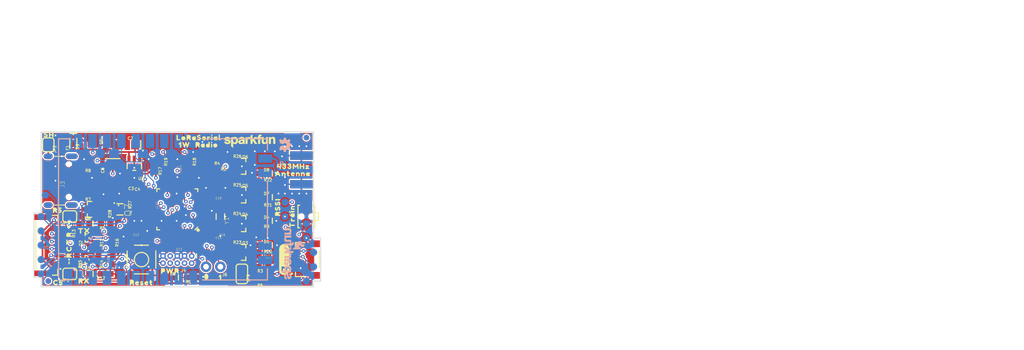
<source format=kicad_pcb>
(kicad_pcb (version 20211014) (generator pcbnew)
  (layers (0 "F.Cu" signal) (1 "In1.Cu" signal) (2 "In2.Cu" signal) (31 "B.Cu" signal) (34 "B.Paste" user) (35 "F.Paste" user) (36 "B.SilkS" user "B.Silkscreen") (37 "F.SilkS" user "F.Silkscreen") (38 "B.Mask" user) (39 "F.Mask" user) (44 "Edge.Cuts" user))
  (net 0 "")
  (net 1 "GND")
  (net 2 "3.3V")
  (net 3 "LORA_ANT")
  (net 4 "D13/SPI_SCK")
  (net 5 "D11/SPI_PICO")
  (net 6 "D12/SPI_POCI")
  (net 7 "5V")
  (net 8 "D5/LORA_~{CS}")
  (net 9 "D2/LORA_TXEN")
  (net 10 "D3/LORA_RXEN")
  (net 11 "D7/LORA_D0")
  (net 12 "D10/LORA_D1")
  (net 13 "D6/LORA_~{RST}")
  (net 14 "D42/AREF")
  (net 15 "A2/BOARD_ID")
  (net 16 "TX-O")
  (net 17 "VUSB")
  (net 18 "CC2")
  (net 19 "CC1")
  (net 20 "V_USB")
  (net 21 "N$7")
  (net 22 "N$8")
  (net 23 "VDDCORE")
  (net 24 "N$2")
  (net 25 "N$1")
  (net 26 "SAMD_~{RESET}")
  (net 27 "D29/USB_D+")
  (net 28 "D28/USB_D-")
  (net 29 "A1")
  (net 30 "A0")
  (net 31 "SWCLK")
  (net 32 "SWDIO")
  (net 33 "D20/SDA")
  (net 34 "D21/SCL")
  (net 35 "D27/USB_HOST_EN")
  (net 36 "SCL_PU1")
  (net 37 "SDA_PU1")
  (net 38 "A5/RX_LED")
  (net 39 "D30/CTS-I_LV")
  (net 40 "D31/TX_LED")
  (net 41 "D22")
  (net 42 "D38/RTS-O")
  (net 43 "D23")
  (net 44 "D24")
  (net 45 "N$3")
  (net 46 "N$4")
  (net 47 "A3/RSSI1")
  (net 48 "N$5")
  (net 49 "RX-I_LV")
  (net 50 "N$6")
  (net 51 "RX-I_HV")
  (net 52 "CTS-I_HV")
  (net 53 "N$9")
  (net 54 "N$10")
  (net 55 "N$11")
  (net 56 "D9/RSSI4")
  (net 57 "D8/RSSI3")
  (net 58 "A4/RSSI2")
  (net 59 "D4/TRAIN")
  (net 60 "N$12")
  (net 61 "N$13")
  (net 62 "N$14")
  (net 63 "N$15")
  (net 64 "N$16")
  (net 65 "N$17")
  (net 66 "N$18")
  (net 67 "N$19")
  (net 68 "N$20")
  (net 69 "N$21")
  (net 70 "N$22")
  (net 71 "VCC_CABLE")
  (footprint "eagleBoard:QWIIC_5.5MM" (layer "F.Cu") (at 167.4241 113.8936 90)
    (fp_text reference "LOGO3" hide)
    (fp_text value "QWIIC_LOGO_CONNECTOR" hide)
  )
  (footprint "eagleBoard:0603" (layer "F.Cu") (at 156.1211 103.7336)
    (fp_text reference "C19")
    (fp_text value "15pF")
  )
  (footprint "eagleBoard:CRYSTAL-SMD-3.2X1.5MM" (layer "F.Cu") (at 156.1211 106.2736 -90)
    (fp_text reference "Y1")
    (fp_text value "32.768kHz")
  )
  (footprint "eagleBoard:0603" (layer "F.Cu") (at 163.7411 117.7036 180)
    (fp_text reference "R6")
    (fp_text value "2.2k")
  )
  (footprint "eagleBoard:LED-0603" (layer "F.Cu") (at 147.1041 117.0686)
    (fp_text reference "D5")
    (fp_text value "RED")
  )
  (footprint "eagleBoard:0603" (layer "F.Cu") (at 135.8011 107.5436 180)
    (fp_text reference "R5")
    (fp_text value "0")
  )
  (footprint "eagleBoard:0805" (layer "F.Cu") (at 128.1811 93.5736 -90)
    (fp_text reference "F1")
    (fp_text value "6V 0.5A")
  )
  (footprint "eagleBoard:0603" (layer "F.Cu") (at 151.0411 117.0686 180)
    (fp_text reference "R1")
    (fp_text value "1k")
  )
  (footprint "eagleBoard:0603" (layer "F.Cu") (at 140.8811 105.0036 90)
    (fp_text reference "R27")
    (fp_text value "100k")
  )
  (footprint "eagleBoard:LORASERIAL0" (layer "F.Cu") (at 152.3111 92.3036)
    (fp_text reference "U$18" hide)
    (fp_text value "" hide)
  )
  (footprint "eagleBoard:SOT23-3" (layer "F.Cu") (at 159.9311 102.4636 -90)
    (fp_text reference "Q5")
    (fp_text value "600mA/40V")
  )
  (footprint "eagleBoard:TACTILE_SWITCH_SMD_RIGHT_ANGLE" (layer "F.Cu") (at 171.3611 106.2736 90)
    (fp_text reference "S1")
    (fp_text value "Train")
  )
  (footprint "eagleBoard:0603" (layer "F.Cu") (at 159.9311 94.8436 180)
    (fp_text reference "R26")
    (fp_text value "1k")
  )
  (footprint "eagleBoard:1X02_NO_SILK" (layer "F.Cu") (at 156.1211 115.1636 180)
    (fp_text reference "J6")
    (fp_text value "")
  )
  (footprint "eagleBoard:SFE_LOGO_NAME_9MM" (layer "F.Cu") (at 161.3281 92.8116)
    (fp_text reference "LOGO5" hide)
    (fp_text value "SFE_LOGO_NAME9_MM" hide)
  )
  (footprint "eagleBoard:LED-0603" (layer "F.Cu") (at 163.7411 111.3536)
    (fp_text reference "D1")
    (fp_text value "GREEN")
  )
  (footprint "eagleBoard:R50" (layer "F.Cu") (at 127.3011 105.1736)
    (fp_text reference "U$20" hide)
    (fp_text value "" hide)
  )
  (footprint "eagleBoard:TACTILE_SWITCH_SMD_5.2MM" (layer "F.Cu") (at 142.1511 113.8936 90)
    (fp_text reference "S3")
    (fp_text value "Reset")
  )
  (footprint "eagleBoard:SOD-323" (layer "F.Cu") (at 130.0861 93.3196 -90)
    (fp_text reference "D9")
    (fp_text value "3A/10V/280mV")
  )
  (footprint "eagleBoard:RSSI0" (layer "F.Cu") (at 166.2811 104.6226 90)
    (fp_text reference "U$21" hide)
    (fp_text value "" hide)
  )
  (footprint "eagleBoard:SOT363_PHILIPS" (layer "F.Cu") (at 138.3411 105.0036 -90)
    (fp_text reference "Q7")
    (fp_text value "")
  )
  (footprint "eagleBoard:0603" (layer "F.Cu") (at 134.5311 110.0836 -90)
    (fp_text reference "R11")
    (fp_text value "2.2k")
  )
  (footprint "eagleBoard:0603" (layer "F.Cu") (at 148.5011 111.3536 180)
    (fp_text reference "C13")
    (fp_text value "0.1uF")
  )
  (footprint "eagleBoard:0603" (layer "F.Cu") (at 140.8811 100.5586 180)
    (fp_text reference "C3")
    (fp_text value "1.0uF")
  )
  (footprint "eagleBoard:LED-0603" (layer "F.Cu") (at 131.9911 116.4336)
    (fp_text reference "D3")
    (fp_text value "Yellow")
  )
  (footprint "eagleBoard:SOT23-3" (layer "F.Cu") (at 159.9311 97.3836 -90)
    (fp_text reference "Q6")
    (fp_text value "600mA/40V")
  )
  (footprint "eagleBoard:0603" (layer "F.Cu") (at 130.7211 110.0836 90)
    (fp_text reference "R13")
    (fp_text value "2.2k")
  )
  (footprint "eagleBoard:0603" (layer "F.Cu") (at 159.9311 105.0036 180)
    (fp_text reference "R24")
    (fp_text value "1k")
  )
  (footprint "eagleBoard:FIDUCIAL-1X2" (layer "F.Cu") (at 171.3611 92.3036)
    (fp_text reference "FID3" hide)
    (fp_text value "FIDUCIAL1X2" hide)
  )
  (footprint "eagleBoard:#0" (layer "F.Cu") (at 129.3241 108.1786)
    (fp_text reference "U$12" hide)
    (fp_text value "" hide)
  )
  (footprint "eagleBoard:SOT23-3" (layer "F.Cu") (at 133.2611 105.0036 90)
    (fp_text reference "Q8")
    (fp_text value "20V/4.2A/52mΩ/1.4W")
  )
  (footprint "eagleBoard:0603" (layer "F.Cu") (at 163.7411 108.8136)
    (fp_text reference "R9")
    (fp_text value "22Ω")
  )
  (footprint "eagleBoard:SMT-JUMPER_2_NC_TRACE_SILK" (layer "F.Cu") (at 129.4511 116.4336 180)
    (fp_text reference "JP1")
    (fp_text value "JUMPER-SMT_2_NC_TRACE_SILK")
  )
  (footprint "eagleBoard:01" (layer "F.Cu") (at 153.7081 116.9416)
    (fp_text reference "U$6" hide)
    (fp_text value "" hide)
  )
  (footprint "eagleBoard:USB-C-16P" (layer "F.Cu") (at 130.7211 99.9236 -90)
    (fp_text reference "J3")
    (fp_text value "USB C")
  )
  (footprint "eagleBoard:JST04_1MM_RA" (layer "F.Cu") (at 169.0751 113.8936 90)
    (fp_text reference "J1")
    (fp_text value "QWIIC_RIGHT_ANGLE")
  )
  (footprint "eagleBoard:0603" (layer "F.Cu") (at 152.3111 97.3836 90)
    (fp_text reference "R18")
    (fp_text value "100k")
  )
  (footprint "eagleBoard:2X5-PTH-1.27MM-NO_SILK" (layer "F.Cu") (at 148.5011 113.8936 180)
    (fp_text reference "J4")
    (fp_text value "JTAG")
  )
  (footprint "eagleBoard:ORDERING_INSTRUCTIONS" (layer "F.Cu") (at 196.7611 68.1736)
    (fp_text reference "LOGO1" hide)
    (fp_text value "SPECIAL_INSTRUCTIONS-ORDERING" hide)
  )
  (footprint "eagleBoard:LED-0603" (layer "F.Cu") (at 163.7411 102.8446)
    (fp_text reference "D7")
    (fp_text value "GREEN")
  )
  (footprint "eagleBoard:SOT-416FL" (layer "F.Cu") (at 131.9911 110.0836 90)
    (fp_text reference "Q2")
    (fp_text value "20V/0.2A/8MHz/1.2Ω/1Vth")
  )
  (footprint "eagleBoard:SH0" (layer "F.Cu") (at 125.7681 91.7956)
    (fp_text reference "U$23" hide)
    (fp_text value "" hide)
  )
  (footprint "eagleBoard:0603" (layer "F.Cu") (at 163.7411 105.0036)
    (fp_text reference "R21")
    (fp_text value "22Ω")
  )
  (footprint "eagleBoard:0603" (layer "F.Cu") (at 163.7411 100.5586)
    (fp_text reference "R22")
    (fp_text value "22Ω")
  )
  (footprint "eagleBoard:RADIO2" (layer "F.Cu") (at 153.7081 93.5736)
    (fp_text reference "U$5" hide)
    (fp_text value "" hide)
  )
  (footprint "eagleBoard:SOT23-3" (layer "F.Cu") (at 159.9311 112.6236 -90)
    (fp_text reference "Q3")
    (fp_text value "600mA/40V")
  )
  (footprint "eagleBoard:0603" (layer "F.Cu") (at 133.2611 102.4636 180)
    (fp_text reference "R7")
    (fp_text value "5.1k")
  )
  (footprint "eagleBoard:0603" (layer "F.Cu") (at 135.8011 93.5736 90)
    (fp_text reference "C5")
    (fp_text value "1.0uF")
  )
  (footprint "eagleBoard:SMT-JUMPER_3_2-NC_TRACE_SILK" (layer "F.Cu") (at 159.9311 116.4336 -90)
    (fp_text reference "JP9")
    (fp_text value "JUMPER-SMT_3_2-NC_TRACE_SILK")
  )
  (footprint "eagleBoard:CREATIVE_COMMONS" (layer "F.Cu") (at 214.5411 127.8636)
    (fp_text reference "FRAME3" hide)
    (fp_text value "FRAME-LEDGER" hide)
  )
  (footprint "eagleBoard:EIA3216" (layer "F.Cu") (at 139.6111 93.5736)
    (fp_text reference "C7")
    (fp_text value "10uF")
  )
  (footprint "eagleBoard:0603" (layer "F.Cu") (at 137.0711 110.0836 -90)
    (fp_text reference "R16")
    (fp_text value "100k")
  )
  (footprint "eagleBoard:LED-0603" (layer "F.Cu") (at 131.9911 107.5436)
    (fp_text reference "D2")
    (fp_text value "BLUE")
  )
  (footprint "eagleBoard:SMT-JUMPER_2_NC_TRACE_SILK" (layer "F.Cu") (at 129.4511 106.2736 180)
    (fp_text reference "JP3")
    (fp_text value "JUMPER-SMT_2_NC_TRACE_SILK")
  )
  (footprint "eagleBoard:0603" (layer "F.Cu") (at 135.8011 116.4336 180)
    (fp_text reference "R12")
    (fp_text value "330")
  )
  (footprint "eagleBoard:PWR0" (layer "F.Cu") (at 147.2311 115.9256)
    (fp_text reference "U$7" hide)
    (fp_text value "" hide)
  )
  (footprint "eagleBoard:R3" (layer "F.Cu") (at 129.3241 113.1316 90)
    (fp_text reference "U$14" hide)
    (fp_text value "" hide)
  )
  (footprint "eagleBoard:T2" (layer "F.Cu") (at 129.3241 110.7186 90)
    (fp_text reference "U$15" hide)
    (fp_text value "" hide)
  )
  (footprint "eagleBoard:0603" (layer "F.Cu") (at 134.5311 113.8936 -90)
    (fp_text reference "R14")
    (fp_text value "2.2k")
  )
  (footprint "eagleBoard:FIDUCIAL-1X2" (layer "F.Cu") (at 125.6411 117.7036)
    (fp_text reference "FID4" hide)
    (fp_text value "FIDUCIAL1X2" hide)
  )
  (footprint "eagleBoard:0603" (layer "F.Cu") (at 130.7211 113.8936 -90)
    (fp_text reference "R15")
    (fp_text value "2.2k")
  )
  (footprint "eagleBoard:RX1" (layer "F.Cu") (at 131.9911 117.7036)
    (fp_text reference "U$10" hide)
    (fp_text value "" hide)
  )
  (footprint "eagleBoard:TQFP-48" (layer "F.Cu") (at 148.5011 105.0036 180)
    (fp_text reference "U2")
    (fp_text value "ATSAMD21G-A")
  )
  (footprint "eagleBoard:EIA3528" (layer "F.Cu") (at 137.0711 98.6536 90)
    (fp_text reference "C8")
    (fp_text value "47uF")
  )
  (footprint "eagleBoard:SOT23-5" (layer "F.Cu") (at 140.8811 97.3836 180)
    (fp_text reference "U3")
    (fp_text value "3.3V/150mA")
  )
  (footprint "eagleBoard:LED-0603" (layer "F.Cu") (at 163.7411 98.6536)
    (fp_text reference "D8")
    (fp_text value "GREEN")
  )
  (footprint "eagleBoard:SOT23-3" (layer "F.Cu") (at 159.9311 107.5436 -90)
    (fp_text reference "Q4")
    (fp_text value "600mA/40V")
  )
  (footprint "eagleBoard:0603" (layer "F.Cu") (at 137.0711 113.8936 90)
    (fp_text reference "R10")
    (fp_text value "10k")
  )
  (footprint "eagleBoard:TX0" (layer "F.Cu") (at 131.9911 108.8136)
    (fp_text reference "U$11" hide)
    (fp_text value "" hide)
  )
  (footprint "eagleBoard:R1" (layer "F.Cu") (at 129.3241 109.4486 90)
    (fp_text reference "U$17" hide)
    (fp_text value "" hide)
  )
  (footprint "eagleBoard:TRAIN0" (layer "F.Cu") (at 168.8211 106.2736 90)
    (fp_text reference "U$4" hide)
    (fp_text value "" hide)
  )
  (footprint "eagleBoard:0603" (layer "F.Cu") (at 156.1211 108.8136 180)
    (fp_text reference "C16")
    (fp_text value "15pF")
  )
  (footprint "eagleBoard:C0" (layer "F.Cu") (at 129.3241 111.9886 90)
    (fp_text reference "U$16" hide)
    (fp_text value "" hide)
  )
  (footprint "eagleBoard:0603" (layer "F.Cu") (at 133.2611 97.3836 180)
    (fp_text reference "R8")
    (fp_text value "5.1k")
  )
  (footprint "eagleBoard:0603" (layer "F.Cu") (at 147.2311 97.3836 90)
    (fp_text reference "R19")
    (fp_text value "100k")
  )
  (footprint "eagleBoard:0603" (layer "F.Cu") (at 159.9311 99.9236 180)
    (fp_text reference "R25")
    (fp_text value "1k")
  )
  (footprint "eagleBoard:1W1" (layer "F.Cu") (at 149.7711 93.5736)
    (fp_text reference "U$1" hide)
    (fp_text value "" hide)
  )
  (footprint "eagleBoard:0603" (layer "F.Cu") (at 163.7411 113.2586)
    (fp_text reference "R20")
    (fp_text value "22Ω")
  )
  (footprint "eagleBoard:0603" (layer "F.Cu") (at 156.1211 96.1136 180)
    (fp_text reference "R4")
    (fp_text value "20k")
  )
  (footprint "eagleBoard:SMT-JUMPER_2_NC_TRACE_SILK" (layer "F.Cu") (at 125.6411 93.5736 -90)
    (fp_text reference "JP2")
    (fp_text value "")
  )
  (footprint "eagleBoard:0603" (layer "F.Cu") (at 149.7711 97.3836 90)
    (fp_text reference "C14")
    (fp_text value "0.1uF")
  )
  (footprint "eagleBoard:0603" (layer "F.Cu") (at 140.8811 108.8136 180)
    (fp_text reference "C12")
    (fp_text value "0.1uF")
  )
  (footprint "eagleBoard:ANTENNA1" (layer "F.Cu") (at 168.9481 98.6536)
    (fp_text reference "U$9" hide)
    (fp_text value "" hide)
  )
  (footprint "eagleBoard:0603" (layer "F.Cu") (at 144.6911 97.3836 -90)
    (fp_text reference "R17")
    (fp_text value "100k")
  )
  (footprint "eagleBoard:RESET0" (layer "F.Cu") (at 142.1511 117.9576)
    (fp_text reference "U$2" hide)
    (fp_text value "" hide)
  )
  (footprint "eagleBoard:0603" (layer "F.Cu") (at 156.1211 110.7186)
    (fp_text reference "C15")
    (fp_text value "0.1uF")
  )
  (footprint "eagleBoard:433MHZ0" (layer "F.Cu") (at 169.0751 97.3836)
    (fp_text reference "U$8" hide)
    (fp_text value "" hide)
  )
  (footprint "eagleBoard:0603" (layer "F.Cu") (at 159.9311 110.0836 180)
    (fp_text reference "R23")
    (fp_text value "1k")
  )
  (footprint "eagleBoard:C50" (layer "F.Cu") (at 127.4011 117.9736)
    (fp_text reference "U$19" hide)
    (fp_text value "" hide)
  )
  (footprint "eagleBoard:SOT-416FL" (layer "F.Cu") (at 131.9911 113.8936 90)
    (fp_text reference "Q1")
    (fp_text value "20V/0.2A/8MHz/1.2Ω/1Vth")
  )
  (footprint "eagleBoard:LED-0603" (layer "F.Cu") (at 163.7411 107.0356)
    (fp_text reference "D4")
    (fp_text value "GREEN")
  )
  (footprint "eagleBoard:0603" (layer "F.Cu") (at 135.8011 105.0036 -90)
    (fp_text reference "R28")
    (fp_text value "1M")
  )
  (footprint "eagleBoard:10" (layer "F.Cu") (at 156.1211 117.0686)
    (fp_text reference "U$22" hide)
    (fp_text value "" hide)
  )
  (footprint "eagleBoard:0603" (layer "F.Cu") (at 140.8811 102.2096)
    (fp_text reference "C4")
    (fp_text value "0.1uF")
  )
  (footprint "eagleBoard:#1" (layer "F.Cu") (at 129.3241 114.4016 90)
    (fp_text reference "U$13" hide)
    (fp_text value "" hide)
  )
  (footprint "eagleBoard:JST-6-SMD-1.25MM-LOCKING" (layer "F.Cu") (at 124.3711 111.3536 -90)
    (fp_text reference "J5")
    (fp_text value "")
  )
  (footprint "eagleBoard:0603" (layer "F.Cu") (at 156.1211 98.6536)
    (fp_text reference "R2")
    (fp_text value "10k")
  )
  (footprint "eagleBoard:0603" (layer "F.Cu") (at 163.7411 115.1636 180)
    (fp_text reference "R3")
    (fp_text value "2.2k")
  )
  (footprint "eagleBoard:PAD.03X.05" (layer "B.Cu") (at 172.6311 115.1636 180)
    (fp_text reference "TP10" hide)
    (fp_text value "" hide)
  )
  (footprint "eagleBoard:PAD.03X.05" (layer "B.Cu") (at 167.5511 103.7336 180)
    (fp_text reference "TP12" hide)
    (fp_text value "" hide)
  )
  (footprint "eagleBoard:SFE_LOGO_NAME_FLAME_9MM" (layer "B.Cu") (at 168.0591 112.8776 90)
    (fp_text reference "LOGO2" hide)
    (fp_text value "SFE_LOGO_NAME_FLAME9_MM" hide)
  )
  (footprint "eagleBoard:SMA-EDGE" (layer "B.Cu") (at 170.4721 98.0186 90)
    (fp_text reference "E2" hide)
    (fp_text value "SMA" hide)
  )
  (footprint "eagleBoard:PAD.03X.05" (layer "B.Cu") (at 124.3711 106.2736 180)
    (fp_text reference "TP7" hide)
    (fp_text value "" hide)
  )
  (footprint "eagleBoard:0402-TIGHT" (layer "B.Cu") (at 167.5511 97.5106 -90)
    (fp_text reference "D6")
    (fp_text value "PESD0402")
  )
  (footprint "eagleBoard:PAD.03X.05" (layer "B.Cu") (at 124.3711 113.8936 180)
    (fp_text reference "TP9" hide)
    (fp_text value "" hide)
  )
  (footprint "eagleBoard:E19-433M30S" (layer "B.Cu") (at 145.9611 105.0036 -90)
    (fp_text reference "U4")
    (fp_text value "E19-915M30S")
  )
  (footprint "eagleBoard:PAD.03X.05" (layer "B.Cu") (at 124.3711 116.4336 180)
    (fp_text reference "TP5" hide)
    (fp_text value "" hide)
  )
  (footprint "eagleBoard:PAD.03X.05" (layer "B.Cu") (at 124.3711 108.8136 180)
    (fp_text reference "TP8" hide)
    (fp_text value "" hide)
  )
  (footprint "eagleBoard:FIDUCIAL-1X2" (layer "B.Cu") (at 125.6411 117.7036 180)
    (fp_text reference "FID1" hide)
    (fp_text value "FIDUCIAL1X2" hide)
  )
  (footprint "eagleBoard:PAD.03X.05" (layer "B.Cu") (at 172.6311 112.6236 180)
    (fp_text reference "TP11" hide)
    (fp_text value "" hide)
  )
  (footprint "eagleBoard:PAD.03X.05" (layer "B.Cu") (at 167.5511 106.2736 180)
    (fp_text reference "TP13" hide)
    (fp_text value "" hide)
  )
  (footprint "eagleBoard:PAD.03X.05" (layer "B.Cu") (at 171.3611 117.7036 180)
    (fp_text reference "TP1" hide)
    (fp_text value "" hide)
  )
  (footprint "eagleBoard:PAD.03X.05" (layer "B.Cu") (at 124.3711 111.3536 180)
    (fp_text reference "TP6" hide)
    (fp_text value "" hide)
  )
  (footprint "eagleBoard:OSHW-LOGO-MINI" (layer "B.Cu") (at 167.5511 93.5736 90)
    (fp_text reference "LOGO4" hide)
    (fp_text value "OSHW-LOGOMINI" hide)
  )
  (footprint "eagleBoard:PAD.03X.05" (layer "B.Cu") (at 125.1331 102.4636 180)
    (fp_text reference "TP2" hide)
    (fp_text value "" hide)
  )
  (footprint "eagleBoard:FIDUCIAL-1X2" (layer "B.Cu") (at 171.3611 92.3036 180)
    (fp_text reference "FID2" hide)
    (fp_text value "FIDUCIAL1X2" hide)
  )
  (footprint "eagleBoard:PAD.03X.05" (layer "B.Cu") (at 171.3611 110.0836 180)
    (fp_text reference "TP4" hide)
    (fp_text value "" hide)
  )
  (footprint "eagleBoard:PAD.03X.05" (layer "B.Cu") (at 171.3611 107.5436 180)
    (fp_text reference "TP3" hide)
    (fp_text value "" hide)
  )
  (gr_line (start 124.3711 118.7236) (end 124.3711 117.0686) (layer "Edge.Cuts") (width 0.127))
  (gr_line (start 173.9011 110.0836) (end 173.9011 117.7036) (layer "Edge.Cuts") (width 0.127))
  (gr_line (start 124.3711 105.6386) (end 124.3711 91.2836) (layer "Edge.Cuts") (width 0.127))
  (gr_line (start 172.6311 91.2836) (end 172.6311 110.0836) (layer "Edge.Cuts") (width 0.127))
  (gr_line (start 123.1011 117.0686) (end 123.1011 105.6386) (layer "Edge.Cuts") (width 0.127))
  (gr_line (start 172.6311 117.7036) (end 172.6311 118.7236) (layer "Edge.Cuts") (width 0.127))
  (gr_line (start 124.3711 117.0686) (end 123.1011 117.0686) (layer "Edge.Cuts") (width 0.127))
  (gr_line (start 172.6311 110.0836) (end 173.9011 110.0836) (layer "Edge.Cuts") (width 0.127))
  (gr_line (start 124.3711 91.2836) (end 172.6311 91.2836) (layer "Edge.Cuts") (width 0.127))
  (gr_line (start 173.9011 117.7036) (end 172.6311 117.7036) (layer "Edge.Cuts") (width 0.127))
  (gr_line (start 172.6311 118.7236) (end 124.3711 118.7236) (layer "Edge.Cuts") (width 0.127))
  (gr_line (start 123.1011 105.6386) (end 124.3711 105.6386) (layer "Edge.Cuts") (width 0.127))
  (gr_text "v13" (at 168.8211 92.3036) (layer "F.Cu") (effects (font (size 0.8128 0.8128) (thickness 0.2032))))
  (segment (start 130.7211 103.1486) (end 131.61505 103.1486) (width 0.254) (layer "F.Cu") (net 1))
  (segment (start 157.3911 108.3936) (end 157.3911 106.6546) (width 0.2032) (layer "F.Cu") (net 1))
  (segment (start 156.9711 103.7336) (end 157.3911 104.1536) (width 0.2032) (layer "F.Cu") (net 1))
  (segment (start 157.3911 106.6546) (end 157.0101 106.2736) (width 0.2032) (layer "F.Cu") (net 1))
  (segment (start 131.61505 103.1486) (end 131.73485 103.2684) (width 0.254) (layer "F.Cu") (net 1))
  (segment (start 157.3911 104.1536) (end 157.3911 105.8926) (width 0.2032) (layer "F.Cu") (net 1))
  (segment (start 156.9711 108.8136) (end 157.3911 108.3936) (width 0.2032) (layer "F.Cu") (net 1))
  (segment (start 157.3911 105.8926) (end 157.0101 106.2736) (width 0.2032) (layer "F.Cu") (net 1))
  (segment (start 130.7211 96.6986) (end 131.4061 96.6986) (width 0.254) (layer "F.Cu") (net 1))
  (segment (start 131.4061 96.6986) (end 131.9911 96.1136) (width 0.254) (layer "F.Cu") (net 1))
  (segment (start 133.3063 103.2684) (end 134.1111 102.4636) (width 0.254) (layer "F.Cu") (net 1))
  (segment (start 131.73485 103.2684) (end 133.3063 103.2684) (width 0.254) (layer "F.Cu") (net 1))
  (via (at 135.4201 102.3366) (size 0.6604) (drill 0.3048) (layers "F.Cu" "B.Cu") (net 1))
  (via (at 138.2141 115.2906) (size 0.6604) (drill 0.3048) (layers "F.Cu" "B.Cu") (net 1))
  (via (at 150.0251 106.0196) (size 0.6604) (drill 0.3048) (layers "F.Cu" "B.Cu") (net 1))
  (via (at 167.5511 93.8276) (size 0.6604) (drill 0.3048) (layers "F.Cu" "B.Cu") (net 1))
  (via (at 159.9311 97.3836) (size 0.6604) (drill 0.3048) (layers "F.Cu" "B.Cu") (net 1))
  (via (at 138.2141 102.2096) (size 0.6604) (drill 0.3048) (layers "F.Cu" "B.Cu") (net 1))
  (via (at 143.4211 96.1136) (size 0.6604) (drill 0.3048) (layers "F.Cu" "B.Cu") (net 1))
  (via (at 145.7071 107.0356) (size 0.6604) (drill 0.3048) (layers "F.Cu" "B.Cu") (net 1))
  (via (at 159.9311 102.4636) (size 0.6604) (drill 0.3048) (layers "F.Cu" "B.Cu") (net 1))
  (via (at 153.0731 116.9416) (size 0.6604) (drill 0.3048) (layers "F.Cu" "B.Cu") (net 1))
  (via (at 164.5031 110.0836) (size 0.6604) (drill 0.3048) (layers "F.Cu" "B.Cu") (net 1))
  (via (at 170.0911 93.8276) (size 0.6604) (drill 0.3048) (layers "F.Cu" "B.Cu") (net 1))
  (via (at 161.4551 111.3536) (size 0.6604) (drill 0.3048) (layers "F.Cu" "B.Cu") (net 1))
  (via (at 142.1511 111.3536) (size 0.6604) (drill 0.3048) (layers "F.Cu" "B.Cu") (net 1))
  (via (at 148.5011 96.1136) (size 0.6604) (drill 0.3048) (layers "F.Cu" "B.Cu") (net 1))
  (via (at 133.3881 99.4156) (size 0.6604) (drill 0.3048) (layers "F.Cu" "B.Cu") (net 1))
  (via (at 157.0101 106.2736) (size 0.6604) (drill 0.3048) (layers "F.Cu" "B.Cu") (net 1))
  (via (at 162.2171 97.1296) (size 0.6604) (drill 0.3048) (layers "F.Cu" "B.Cu") (net 1))
  (via (at 131.9911 96.1136) (size 0.6604) (drill 0.3048) (layers "F.Cu" "B.Cu") (net 1))
  (via (at 162.4711 109.9566) (size 0.6604) (drill 0.3048) (layers "F.Cu" "B.Cu") (net 1))
  (via (at 132.7531 112.3696) (size 0.6604) (drill 0.3048) (layers "F.Cu" "B.Cu") (net 1))
  (via (at 152.9461 93.0656) (size 0.6604) (drill 0.3048) (layers "F.Cu" "B.Cu") (net 1))
  (via (at 129.3241 113.8936) (size 0.6604) (drill 0.3048) (layers "F.Cu" "B.Cu") (net 1))
  (via (at 126.9111 99.9236) (size 0.6604) (drill 0.3048) (layers "F.Cu" "B.Cu") (net 1))
  (via (at 140.8811 107.0356) (size 0.6604) (drill 0.3048) (layers "F.Cu" "B.Cu") (net 1))
  (via (at 166.0271 107.0356) (size 0.6604) (drill 0.3048) (layers "F.Cu" "B.Cu") (net 1))
  (via (at 126.9111 91.9226) (size 0.6604) (drill 0.3048) (layers "F.Cu" "B.Cu") (net 1))
  (via (at 167.5511 102.2096) (size 0.6604) (drill 0.3048) (layers "F.Cu" "B.Cu") (net 1))
  (via (at 138.3411 98.6536) (size 0.6604) (drill 0.3048) (layers "F.Cu" "B.Cu") (net 1))
  (via (at 165.9001 98.5266) (size 0.6604) (drill 0.3048) (layers "F.Cu" "B.Cu") (net 1))
  (via (at 148.5011 99.2886) (size 0.6604) (drill 0.3048) (layers "F.Cu" "B.Cu") (net 1))
  (via (at 171.3611 93.8276) (size 0.6604) (drill 0.3048) (layers "F.Cu" "B.Cu") (net 1))
  (via (at 170.0911 102.2096) (size 0.6604) (drill 0.3048) (layers "F.Cu" "B.Cu") (net 1))
  (via (at 140.8811 97.6376) (size 0.6604) (drill 0.3048) (layers "F.Cu" "B.Cu") (net 1))
  (via (at 159.9311 107.5436) (size 0.6604) (drill 0.3048) (layers "F.Cu" "B.Cu") (net 1))
  (via (at 165.7731 94.7166) (size 0.6604) (drill 0.3048) (layers "F.Cu" "B.Cu") (net 1))
  (via (at 142.4051 94.5896) (size 0.6604) (drill 0.3048) (layers "F.Cu" "B.Cu") (net 1))
  (via (at 148.3741 102.2096) (size 0.6604) (drill 0.3048) (layers "F.Cu" "B.Cu") (net 1))
  (via (at 166.4081 102.2096) (size 0.6604) (drill 0.3048) (layers "F.Cu" "B.Cu") (net 1))
  (via (at 153.5811 101.1936) (size 0.6604) (drill 0.3048) (layers "F.Cu" "B.Cu") (net 1))
  (via (at 152.3111 99.4156) (size 0.6604) (drill 0.3048) (layers "F.Cu" "B.Cu") (net 1))
  (via (at 135.2931 97.8916) (size 0.6604) (drill 0.3048) (layers "F.Cu" "B.Cu") (net 1))
  (via (at 168.8211 102.2096) (size 0.6604) (drill 0.3048) (layers "F.Cu" "B.Cu") (net 1))
  (via (at 171.3611 102.2096) (size 0.6604) (drill 0.3048) (layers "F.Cu" "B.Cu") (net 1))
  (via (at 137.0711 106.5276) (size 0.6604) (drill 0.3048) (layers "F.Cu" "B.Cu") (net 1))
  (via (at 143.4211 115.1636) (size 0.6604) (drill 0.3048) (layers "F.Cu" "B.Cu") (net 1))
  (via (at 167.5511 100.6856) (size 0.6604) (drill 0.3048) (layers "F.Cu" "B.Cu") (net 1))
  (via (at 154.5971 105.2576) (size 0.6604) (drill 0.3048) (layers "F.Cu" "B.Cu") (net 1))
  (via (at 148.3741 107.0356) (size 0.6604) (drill 0.3048) (layers "F.Cu" "B.Cu") (net 1))
  (via (at 163.9951 94.7166) (size 0.6604) (drill 0.3048) (layers "F.Cu" "B.Cu") (net 1))
  (via (at 161.7091 98.5266) (size 0.6604) (drill 0.3048) (layers "F.Cu" "B.Cu") (net 1))
  (via (at 167.0431 95.6056) (size 0.6604) (drill 0.3048) (layers "F.Cu" "B.Cu") (net 1))
  (via (at 127.5461 117.3226) (size 0.6604) (drill 0.3048) (layers "F.Cu" "B.Cu") (net 1))
  (via (at 143.1671 108.8136) (size 0.6604) (drill 0.3048) (layers "F.Cu" "B.Cu") (net 1))
  (via (at 128.0541 95.6056) (size 0.6604) (drill 0.3048) (layers "F.Cu" "B.Cu") (net 1))
  (via (at 168.8211 93.8276) (size 0.6604) (drill 0.3048) (layers "F.Cu" "B.Cu") (net 1))
  (via (at 151.2951 94.8436) (size 0.6604) (drill 0.3048) (layers "F.Cu" "B.Cu") (net 1))
  (via (at 170.3451 115.4176) (size 0.6604) (drill 0.3048) (layers "F.Cu" "B.Cu") (net 1))
  (via (at 149.7711 104.4956) (size 0.6604) (drill 0.3048) (layers "F.Cu" "B.Cu") (net 1))
  (via (at 127.8001 115.5446) (size 0.6604) (drill 0.3048) (layers "F.Cu" "B.Cu") (net 1))
  (via (at 138.9761 109.8296) (size 0.6604) (drill 0.3048) (layers "F.Cu" "B.Cu") (net 1))
  (via (at 157.0101 101.1936) (size 0.6604) (drill 0.3048) (layers "F.Cu" "B.Cu") (net 1))
  (via (at 126.9111 97.3836) (size 0.6604) (drill 0.3048) (layers "F.Cu" "B.Cu") (net 1))
  (via (at 156.1211 109.7026) (size 0.6604) (drill 0.3048) (layers "F.Cu" "B.Cu") (net 1))
  (via (at 142.1511 107.0356) (size 0.6604) (drill 0.3048) (layers "F.Cu" "B.Cu") (net 1))
  (via (at 157.3911 94.8436) (size 0.6604) (drill 0.3048) (layers "F.Cu" "B.Cu") (net 1))
  (via (at 162.2171 94.7166) (size 0.6604) (drill 0.3048) (layers "F.Cu" "B.Cu") (net 1))
  (via (at 166.1541 111.3536) (size 0.6604) (drill 0.3048) (layers "F.Cu" "B.Cu") (net 1))
  (via (at 140.8811 99.4156) (size 0.6604) (drill 0.3048) (layers "F.Cu" "B.Cu") (net 1))
  (via (at 167.5511 99.2886) (size 0.6604) (drill 0.3048) (layers "F.Cu" "B.Cu") (net 1))
  (segment (start 137.0711 110.9336) (end 134.5311 110.9336) (width 0.3048) (layer "F.Cu") (net 2))
  (segment (start 151.6702 107.70435) (end 151.6702 108.2997) (width 0.3048) (layer "F.Cu") (net 2))
  (segment (start 149.1147 105.2536) (end 152.7511 105.2536) (width 0.3048) (layer "F.Cu") (net 2))
  (segment (start 148.5011 98.1456) (end 149.6831 98.1456) (width 0.3048) (layer "F.Cu") (net 2))
  (segment (start 149.7711 99.1616) (end 149.7711 98.2336) (width 0.3048) (layer "F.Cu") (net 2))
  (segment (start 163.7411 99.5306) (end 163.7411 102.7176) (width 0.2032) (layer "F.Cu") (net 2))
  (segment (start 134.5311 114.7436) (end 136.2311 113.0436) (width 0.3048) (layer "F.Cu") (net 2))
  (segment (start 149.2511 109.2536) (end 149.2511 108.33855) (width 0.3048) (layer "F.Cu") (net 2))
  (segment (start 149.134825 106.757475) (end 149.1107 106.7816) (width 0.3048) (layer "F.Cu") (net 2))
  (segment (start 163.7411 102.7176) (end 163.7411 107.0356) (width 0.2032) (layer "F.Cu") (net 2))
  (segment (start 151.0411 111.4806) (end 150.0839 110.5234) (width 0.3048) (layer "F.Cu") (net 2))
  (segment (start 149.1147 105.2536) (end 149.1107 105.2576) (width 0.3048) (layer "F.Cu") (net 2))
  (segment (start 138.2141 109.0286) (end 138.2141 109.7906) (width 0.3048) (layer "F.Cu") (net 2))
  (segment (start 141.7311 108.8136) (end 141.7311 107.7926) (width 0.3048) (layer "F.Cu") (net 2))
  (segment (start 141.7311 102.2096) (end 141.7311 100.5586) (width 0.3048) (layer "F.Cu") (net 2))
  (segment (start 158.0261 116.4336) (end 158.0261 117.4496) (width 0.3048) (layer "F.Cu") (net 2))
  (segment (start 149.6831 98.1456) (end 149.7711 98.2336) (width 0.3048) (layer "F.Cu") (net 2))
  (segment (start 144.6911 98.2336) (end 144.6911 99.4156) (width 0.3048) (layer "F.Cu") (net 2))
  (segment (start 139.4891 107.7536) (end 138.2141 109.0286) (width 0.3048) (layer "F.Cu") (net 2))
  (segment (start 144.2511 107.7536) (end 149.0277 107.7536) (width 0.3048) (layer "F.Cu") (net 2))
  (segment (start 146.4691 118.0846) (end 157.3911 118.0846) (width 0.3048) (layer "F.Cu") (net 2))
  (segment (start 156.9711 98.6536) (end 156.9711 97.4226) (width 0.3048) (layer "F.Cu") (net 2))
  (segment (start 163.7411 116.4336) (end 166.1541 116.4336) (width 0.3048) (layer "F.Cu") (net 2))
  (segment (start 149.1107 107.6706) (end 149.1107 106.7816) (width 0.3048) (layer "F.Cu") (net 2))
  (segment (start 156.2481 113.6396) (end 157.1371 113.6396) (width 0.3048) (layer "F.Cu") (net 2))
  (segment (start 137.0711 110.9336) (end 137.0711 113.0436) (width 0.3048) (layer "F.Cu") (net 2))
  (segment (start 155.2711 112.6626) (end 156.2481 113.6396) (width 0.3048) (layer "F.Cu") (net 2))
  (segment (start 162.8641 102.8446) (end 162.9911 102.7176) (width 0.2032) (layer "F.Cu") (net 2))
  (segment (start 144.2511 107.7536) (end 141.7701 107.7536) (width 0.3048) (layer "F.Cu") (net 2))
  (segment (start 149.2511 99.6816) (end 149.7711 99.1616) (width 0.3048) (layer "F.Cu") (net 2))
  (segment (start 151.6702 108.2997) (end 154.0891 110.7186) (width 0.3048) (layer "F.Cu") (net 2))
  (segment (start 151.0411 113.2586) (end 151.0411 111.4806) (width 0.3048) (layer "F.Cu") (net 2))
  (segment (start 159.9311 116.4336) (end 163.7411 116.4336) (width 0.3048) (layer "F.Cu") (net 2))
  (segment (start 150.0839 110.5234) (end 149.4489 110.5234) (width 0.3048) (layer "F.Cu") (net 2))
  (segment (start 149.2511 110.3256) (end 149.4489 110.5234) (width 0.3048) (layer "F.Cu") (net 2))
  (segment (start 141.8311 98.6837) (end 143.264 98.6837) (width 0.3048) (layer "F.Cu") (net 2))
  (segment (start 162.9911 102.7176) (end 163.7411 102.7176) (width 0.2032) (layer "F.Cu") (net 2))
  (segment (start 149.1107 102.997) (end 149.1107 105.2576) (width 0.3048) (layer "F.Cu") (net 2))
  (segment (start 158.0261 114.5286) (end 158.0261 116.4336) (width 0.3048) (layer "F.Cu") (net 2))
  (segment (start 149.2511 109.2536) (end 149.2511 110.3256) (width 0.3048) (layer "F.Cu") (net 2))
  (segment (start 162.8641 111.3536) (end 163.7411 111.3536) (width 0.2032) (layer "F.Cu") (net 2))
  (segment (start 141.7311 107.7926) (end 141.7701 107.7536) (width 0.3048) (layer "F.Cu") (net 2))
  (segment (start 139.4891 107.7536) (end 141.7701 107.7536) (width 0.3048) (layer "F.Cu") (net 2))
  (segment (start 143.7141 98.2336) (end 144.6911 98.2336) (width 0.3048) (layer "F.Cu") (net 2))
  (segment (start 151.6702 107.70435) (end 150.723325 106.757475) (width 0.3048) (layer "F.Cu") (net 2))
  (segment (start 163.7411 111.3536) (end 163.7411 116.4336) (width 0.2032) (layer "F.Cu") (net 2))
  (segment (start 166.1541 116.4336) (end 168.1941 114.3936) (width 0.3048) (layer "F.Cu") (net 2))
  (segment (start 149.1107 106.7816) (end 149.1107 105.2576) (width 0.3048) (layer "F.Cu") (net 2))
  (segment (start 162.8641 107.0356) (end 163.7411 107.0356) (width 0.2032) (layer "F.Cu") (net 2))
  (segment (start 146.2271 117.0686) (end 146.2271 117.8426) (width 0.3048) (layer "F.Cu") (net 2))
  (segment (start 156.9711 97.4226) (end 157.0101 97.3836) (width 0.3048) (layer "F.Cu") (net 2))
  (segment (start 162.8641 98.6536) (end 163.7411 99.5306) (width 0.2032) (layer "F.Cu") (net 2))
  (segment (start 136.2311 113.0436) (end 137.0711 113.0436) (width 0.3048) (layer "F.Cu") (net 2))
  (segment (start 133.0911 114.3936) (end 134.1811 114.3936) (width 0.3048) (layer "F.Cu") (net 2))
  (segment (start 155.2711 110.7186) (end 155.2711 112.6626) (width 0.3048) (layer "F.Cu") (net 2))
  (segment (start 134.1811 114.3936) (end 134.5311 114.7436) (width 0.3048) (layer "F.Cu") (net 2))
  (segment (start 143.264 98.6837) (end 143.7141 98.2336) (width 0.3048) (layer "F.Cu") (net 2))
  (segment (start 159.9311 116.4336) (end 158.0261 116.4336) (width 0.3048) (layer "F.Cu") (net 2))
  (segment (start 137.0711 110.9336) (end 138.2141 109.7906) (width 0.3048) (layer "F.Cu") (net 2))
  (segment (start 149.2511 102.8566) (end 149.1107 102.997) (width 0.3048) (layer "F.Cu") (net 2))
  (segment (start 149.2511 100.7536) (end 149.2511 99.6816) (width 0.3048) (layer "F.Cu") (net 2))
  (segment (start 134.5311 110.9336) (end 134.1811 110.5836) (width 0.3048) (layer "F.Cu") (net 2))
  (segment (start 163.7411 107.0356) (end 163.7411 111.3536) (width 0.2032) (layer "F.Cu") (net 2))
  (segment (start 150.723325 106.757475) (end 149.134825 106.757475) (width 0.3048) (layer "F.Cu") (net 2))
  (segment (start 149.0277 107.7536) (end 149.1107 107.6706) (width 0.3048) (layer "F.Cu") (net 2))
  (segment (start 168.1941 114.3936) (end 169.0751 114.3936) (width 0.3048) (layer "F.Cu") (net 2))
  (segment (start 149.1107 108.19815) (end 149.1107 107.6706) (width 0.3048) (layer "F.Cu") (net 2))
  (segment (start 157.3911 118.0846) (end 158.0261 117.4496) (width 0.3048) (layer "F.Cu") (net 2))
  (segment (start 134.1811 110.5836) (end 133.0911 110.5836) (width 0.3048) (layer "F.Cu") (net 2))
  (segment (start 149.2511 100.7536) (end 149.2511 102.8566) (width 0.3048) (layer "F.Cu") (net 2))
  (segment (start 141.8311 98.6837) (end 141.8311 100.4586) (width 0.3048) (layer "F.Cu") (net 2))
  (segment (start 149.2511 108.33855) (end 149.1107 108.19815) (width 0.3048) (layer "F.Cu") (net 2))
  (segment (start 141.8311 100.4586) (end 141.7311 100.5586) (width 0.3048) (layer "F.Cu") (net 2))
  (segment (start 157.1371 113.6396) (end 158.0261 114.5286) (width 0.3048) (layer "F.Cu") (net 2))
  (segment (start 154.0891 110.7186) (end 155.2711 110.7186) (width 0.3048) (layer "F.Cu") (net 2))
  (segment (start 146.2271 117.8426) (end 146.4691 118.0846) (width 0.3048) (layer "F.Cu") (net 2))
  (via (at 166.1541 116.4336) (size 0.6604) (drill 0.3048) (layers "F.Cu" "B.Cu") (net 2))
  (via (at 157.0101 97.3836) (size 0.6604) (drill 0.3048) (layers "F.Cu" "B.Cu") (net 2))
  (via (at 144.6911 99.4156) (size 0.6604) (drill 0.3048) (layers "F.Cu" "B.Cu") (net 2))
  (via (at 148.5011 98.1456) (size 0.6604) (drill 0.3048) (layers "F.Cu" "B.Cu") (net 2))
  (segment (start 170.0911 116.4336) (end 166.1541 116.4336) (width 0.2032) (layer "B.Cu") (net 2))
  (segment (start 171.3611 117.7036) (end 170.0911 116.4336) (width 0.2032) (layer "B.Cu") (net 2))
  (segment (start 166.1541 96.6216) (end 166.1541 97.3836) (width 0.36) (layer "B.Cu") (net 3))
  (segment (start 165.69605 96.024658) (end 165.8451 96.086396) (width 0.36) (layer "B.Cu") (net 3))
  (segment (start 167.5511 98.0106) (end 170.4641 98.0106) (width 0.36) (layer "B.Cu") (net 3))
  (segment (start 166.175737 97.54795) (end 166.239174 97.7011) (width 0.36) (layer "B.Cu") (net 3))
  (segment (start 166.340087 97.832613) (end 166.4716 97.933526) (width 0.36) (layer "B.Cu") (net 3))
  (segment (start 165.5361 96.0036) (end 165.5361 96.0036) (width 0.36) (layer "B.Cu") (net 3))
  (segment (start 166.1541 97.3836) (end 166.1541 97.3836) (width 0.36) (layer "B.Cu") (net 3))
  (segment (start 166.62475 97.996963) (end 166.7891 98.0186) (width 0.36) (layer "B.Cu") (net 3))
  (segment (start 167.5291 98.0186) (end 167.5291 98.0186) (width 0.36) (layer "B.Cu") (net 3))
  (segment (start 166.1541 97.3836) (end 166.175737 97.54795) (width 0.36) (layer "B.Cu") (net 3))
  (segment (start 165.8451 96.086396) (end 165.973092 96.184608) (width 0.36) (layer "B.Cu") (net 3))
  (segment (start 166.071304 96.3126) (end 166.133042 96.46165) (width 0.36) (layer "B.Cu") (net 3))
  (segment (start 167.5291 98.0186) (end 167.5441 98.0036) (width 0.36) (layer "B.Cu") (net 3))
  (segment (start 167.5441 98.0036) (end 167.5511 98.0106) (width 0.36) (layer "B.Cu") (net 3))
  (segment (start 165.5361 96.0036) (end 165.69605 96.024658) (width 0.36) (layer "B.Cu") (net 3))
  (segment (start 166.239174 97.7011) (end 166.340087 97.832613) (width 0.36) (layer "B.Cu") (net 3))
  (segment (start 166.7891 98.0186) (end 167.5291 98.0186) (width 0.36) (layer "B.Cu") (net 3))
  (segment (start 164.0611 96.0036) (end 165.5361 96.0036) (width 0.36) (layer "B.Cu") (net 3))
  (segment (start 165.973092 96.184608) (end 166.071304 96.3126) (width 0.36) (layer "B.Cu") (net 3))
  (segment (start 170.4641 98.0106) (end 170.4721 98.0186) (width 0.73914) (layer "B.Cu") (net 3))
  (segment (start 166.4716 97.933526) (end 166.62475 97.996963) (width 0.36) (layer "B.Cu") (net 3))
  (segment (start 166.133042 96.46165) (end 166.1541 96.6216) (width 0.36) (layer "B.Cu") (net 3))
  (segment (start 144.2511 102.7536) (end 143.2031 102.7536) (width 0.1778) (layer "F.Cu") (net 4))
  (segment (start 143.0401 102.5906) (end 143.0401 100.9396) (width 0.1778) (layer "F.Cu") (net 4))
  (segment (start 143.2031 102.7536) (end 143.0401 102.5906) (width 0.1778) (layer "F.Cu") (net 4))
  (segment (start 143.0401 100.9396) (end 143.4211 100.5586) (width 0.1778) (layer "F.Cu") (net 4))
  (via (at 134.3533 96.3676) (size 0.6604) (drill 0.3048) (layers "F.Cu" "B.Cu") (net 4))
  (via (at 143.4211 100.5586) (size 0.6604) (drill 0.3048) (layers "F.Cu" "B.Cu") (net 4))
  (segment (start 136.0411 92.9036) (end 136.0411 95.7466) (width 0.1778) (layer "B.Cu") (net 4))
  (segment (start 136.0411 95.7466) (end 135.4201 96.3676) (width 0.1778) (layer "B.Cu") (net 4))
  (segment (start 135.4201 96.3676) (end 134.3533 96.3676) (width 0.1778) (layer "B.Cu") (net 4))
  (segment (start 144.2511 102.2536) (end 144.2511 100.8716) (width 0.1778) (layer "F.Cu") (net 5))
  (segment (start 144.2511 100.8716) (end 144.3101 100.8126) (width 0.1778) (layer "F.Cu") (net 5))
  (via (at 144.3101 100.8126) (size 0.6604) (drill 0.3048) (layers "F.Cu" "B.Cu") (net 5))
  (segment (start 143.2941 97.0026) (end 143.2941 99.0346) (width 0.1778) (layer "B.Cu") (net 5))
  (segment (start 144.3101 100.0506) (end 143.2941 99.0346) (width 0.1778) (layer "B.Cu") (net 5))
  (segment (start 144.3101 100.0506) (end 144.3101 100.8126) (width 0.1778) (layer "B.Cu") (net 5))
  (segment (start 141.5161 96.2406) (end 142.5321 96.2406) (width 0.1778) (layer "B.Cu") (net 5))
  (segment (start 141.1211 92.9036) (end 141.1211 95.8456) (width 0.1778) (layer "B.Cu") (net 5))
  (segment (start 141.1211 95.8456) (end 141.5161 96.2406) (width 0.1778) (layer "B.Cu") (net 5))
  (segment (start 142.5321 96.2406) (end 143.2941 97.0026) (width 0.1778) (layer "B.Cu") (net 5))
  (segment (start 144.2511 103.7536) (end 143.0601 103.7536) (width 0.1778) (layer "F.Cu") (net 6))
  (segment (start 143.0601 103.7536) (end 142.6591 103.3526) (width 0.1778) (layer "F.Cu") (net 6))
  (segment (start 142.6591 103.3526) (end 142.6591 99.7966) (width 0.1778) (layer "F.Cu") (net 6))
  (segment (start 142.6591 99.7966) (end 142.7861 99.6696) (width 0.1778) (layer "F.Cu") (net 6))
  (via (at 142.7861 99.6696) (size 0.6604) (drill 0.3048) (layers "F.Cu" "B.Cu") (net 6))
  (segment (start 138.5811 92.9036) (end 138.5811 95.5916) (width 0.1778) (layer "B.Cu") (net 6))
  (segment (start 142.7861 99.6696) (end 142.7861 97.0026) (width 0.1778) (layer "B.Cu") (net 6))
  (segment (start 138.5811 95.5916) (end 139.5857 96.5962) (width 0.1778) (layer "B.Cu") (net 6))
  (segment (start 139.5857 96.5962) (end 142.3797 96.5962) (width 0.1778) (layer "B.Cu") (net 6))
  (segment (start 142.7861 97.0026) (end 142.3797 96.5962) (width 0.1778) (layer "B.Cu") (net 6))
  (segment (start 132.2451 93.1926) (end 132.2451 94.0816) (width 0.3048) (layer "F.Cu") (net 7))
  (segment (start 136.6511 94.4236) (end 137.0711 94.8436) (width 0.3048) (layer "F.Cu") (net 7))
  (segment (start 139.1411 106.9976) (end 139.1031 107.0356) (width 0.3048) (layer "F.Cu") (net 7))
  (segment (start 132.5871 94.4236) (end 133.5151 94.4236) (width 0.3048) (layer "F.Cu") (net 7))
  (segment (start 139.9311 96.0835) (end 139.9311 94.9096) (width 0.3048) (layer "F.Cu") (net 7))
  (segment (start 141.0081 94.8436) (end 141.5161 94.8436) (width 0.3048) (layer "F.Cu") (net 7))
  (segment (start 133.5151 94.4236) (end 133.5151 94.9452) (width 0.3048) (layer "F.Cu") (net 7))
  (segment (start 139.9311 94.9096) (end 139.8651 94.8436) (width 0.3048) (layer "F.Cu") (net 7))
  (segment (start 141.0111 94.8406) (end 141.0081 94.8436) (width 0.3048) (layer "F.Cu") (net 7))
  (segment (start 132.2451 94.0816) (end 132.5871 94.4236) (width 0.3048) (layer "F.Cu") (net 7))
  (segment (start 128.07365 116.4082) (end 127.1397 116.4082) (width 0.3048) (layer "F.Cu") (net 7))
  (segment (start 137.0711 94.8436) (end 139.8651 94.8436) (width 0.3048) (layer "F.Cu") (net 7))
  (segment (start 131.2221 92.1696) (end 132.2451 93.1926) (width 0.3048) (layer "F.Cu") (net 7))
  (segment (start 141.0111 93.5736) (end 141.0111 94.8406) (width 0.3048) (layer "F.Cu") (net 7))
  (segment (start 135.8011 94.4236) (end 136.6511 94.4236) (width 0.3048) (layer "F.Cu") (net 7))
  (segment (start 131.6521 104.0536) (end 131.6101 104.0956) (width 0.3048) (layer "F.Cu") (net 7))
  (segment (start 134.2611 104.0536) (end 131.6521 104.0536) (width 0.3048) (layer "F.Cu") (net 7))
  (segment (start 135.8011 94.4236) (end 133.5151 94.4236) (width 0.3048) (layer "F.Cu") (net 7))
  (segment (start 128.9304 106.2736) (end 128.9304 107.1499) (width 0.3048) (layer "F.Cu") (net 7))
  (segment (start 124.6251 108.9406) (end 126.6571 106.9086) (width 0.3048) (layer "F.Cu") (net 7))
  (segment (start 128.9304 107.1499) (end 129.3241 107.5436) (width 0.3048) (layer "F.Cu") (net 7))
  (segment (start 130.0861 92.1696) (end 131.2221 92.1696) (width 0.3048) (layer "F.Cu") (net 7))
  (segment (start 139.1411 105.6536) (end 139.1411 106.9976) (width 0.3048) (layer "F.Cu") (net 7))
  (segment (start 128.09905 116.4336) (end 128.07365 116.4082) (width 0.3048) (layer "F.Cu") (net 7))
  (segment (start 139.8651 94.8436) (end 141.0081 94.8436) (width 0.3048) (layer "F.Cu") (net 7))
  (segment (start 127.1397 116.4082) (end 124.6251 113.8936) (width 0.3048) (layer "F.Cu") (net 7))
  (segment (start 128.9304 116.4336) (end 128.09905 116.4336) (width 0.3048) (layer "F.Cu") (net 7))
  (segment (start 124.6251 113.8936) (end 124.6251 108.9406) (width 0.3048) (layer "F.Cu") (net 7))
  (segment (start 137.0711 97.0036) (end 137.0711 94.8436) (width 0.3048) (layer "F.Cu") (net 7))
  (segment (start 141.8311 95.1586) (end 141.8311 96.0835) (width 0.3048) (layer "F.Cu") (net 7))
  (segment (start 141.5161 94.8436) (end 141.8311 95.1586) (width 0.3048) (layer "F.Cu") (net 7))
  (segment (start 137.0711 97.0036) (end 137.0711 98.6536) (width 0.3048) (layer "F.Cu") (net 7))
  (via (at 126.6571 106.9086) (size 0.6604) (drill 0.3048) (layers "F.Cu" "B.Cu") (net 7))
  (via (at 129.3241 107.5436) (size 0.6604) (drill 0.3048) (layers "F.Cu" "B.Cu") (net 7))
  (via (at 139.1031 107.0356) (size 0.6604) (drill 0.3048) (layers "F.Cu" "B.Cu") (net 7))
  (via (at 137.0711 98.6536) (size 0.6604) (drill 0.3048) (layers "F.Cu" "B.Cu") (net 7))
  (via (at 131.6101 104.0956) (size 0.6604) (drill 0.3048) (layers "F.Cu" "B.Cu") (net 7))
  (via (at 133.5151 94.9452) (size 0.6604) (drill 0.3048) (layers "F.Cu" "B.Cu") (net 7))
  (segment (start 125.8951 102.4636) (end 125.1331 102.4636) (width 0.1778) (layer "B.Cu") (net 7))
  (segment (start 131.6101 104.0956) (end 131.6101 107.5436) (width 0.3048) (layer "B.Cu") (net 7))
  (segment (start 138.06755 107.2642) (end 137.78815 107.5436) (width 0.3048) (layer "B.Cu") (net 7))
  (segment (start 127.2921 107.5436) (end 126.6571 106.9086) (width 0.3048) (layer "B.Cu") (net 7))
  (segment (start 133.5011 94.9312) (end 133.5151 94.9452) (width 0.3048) (layer "B.Cu") (net 7))
  (segment (start 126.7841 103.3526) (end 126.7841 106.7816) (width 0.1778) (layer "B.Cu") (net 7))
  (segment (start 137.78815 107.5436) (end 131.6101 107.5436) (width 0.3048) (layer "B.Cu") (net 7))
  (segment (start 129.3241 107.5436) (end 127.2921 107.5436) (width 0.3048) (layer "B.Cu") (net 7))
  (segment (start 126.7841 103.3526) (end 125.8951 102.4636) (width 0.1778) (layer "B.Cu") (net 7))
  (segment (start 126.6571 106.9086) (end 126.7841 106.7816) (width 0.1778) (layer "B.Cu") (net 7))
  (segment (start 133.5011 92.9036) (end 133.5011 94.9312) (width 0.3048) (layer "B.Cu") (net 7))
  (segment (start 139.1031 107.0356) (end 138.8745 107.2642) (width 0.3048) (layer "B.Cu") (net 7))
  (segment (start 131.6101 107.5436) (end 129.3241 107.5436) (width 0.3048) (layer "B.Cu") (net 7))
  (segment (start 138.8745 107.2642) (end 138.06755 107.2642) (width 0.3048) (layer "B.Cu") (net 7))
  (segment (start 145.7511 96.0306) (end 144.9451 95.2246) (width 0.1778) (layer "F.Cu") (net 8))
  (segment (start 145.7121 96.5336) (end 145.7511 96.4946) (width 0.1778) (layer "F.Cu") (net 8))
  (segment (start 144.9451 95.2246) (end 144.0561 95.2246) (width 0.1778) (layer "F.Cu") (net 8))
  (segment (start 145.7511 100.7536) (end 145.7511 96.4946) (width 0.1778) (layer "F.Cu") (net 8))
  (segment (start 144.6911 96.5336) (end 145.7121 96.5336) (width 0.1778) (layer "F.Cu") (net 8))
  (segment (start 145.7511 96.4946) (end 145.7511 96.0306) (width 0.1778) (layer "F.Cu") (net 8))
  (via (at 144.0561 95.2246) (size 0.6604) (drill 0.3048) (layers "F.Cu" "B.Cu") (net 8))
  (segment (start 143.6611 92.9036) (end 143.6611 94.8296) (width 0.1778) (layer "B.Cu") (net 8))
  (segment (start 143.6611 94.8296) (end 144.0561 95.2246) (width 0.1778) (layer "B.Cu") (net 8))
  (segment (start 146.2511 100.7536) (end 146.2511 96.4946) (width 0.1778) (layer "F.Cu") (net 9))
  (segment (start 146.2901 96.5336) (end 146.2511 96.4946) (width 0.1778) (layer "F.Cu") (net 9))
  (segment (start 146.2511 96.4946) (end 146.2511 95.1336) (width 0.1778) (layer "F.Cu") (net 9))
  (segment (start 146.2511 95.1336) (end 145.9611 94.8436) (width 0.1778) (layer "F.Cu") (net 9))
  (segment (start 147.2311 96.5336) (end 146.2901 96.5336) (width 0.1778) (layer "F.Cu") (net 9))
  (via (at 145.9611 94.8436) (size 0.6604) (drill 0.3048) (layers "F.Cu" "B.Cu") (net 9))
  (segment (start 146.2011 92.9036) (end 146.2011 94.6036) (width 0.1778) (layer "B.Cu") (net 9))
  (segment (start 146.2011 94.6036) (end 145.9611 94.8436) (width 0.1778) (layer "B.Cu") (net 9))
  (segment (start 152.3111 96.5336) (end 150.7901 96.5336) (width 0.1778) (layer "F.Cu") (net 10))
  (segment (start 150.7511 96.4946) (end 150.7511 95.8236) (width 0.1778) (layer "F.Cu") (net 10))
  (segment (start 150.7901 96.5336) (end 150.7511 96.4946) (width 0.1778) (layer "F.Cu") (net 10))
  (segment (start 150.7511 100.7536) (end 150.7511 96.4946) (width 0.1778) (layer "F.Cu") (net 10))
  (segment (start 150.7511 95.8236) (end 149.7711 94.8436) (width 0.1778) (layer "F.Cu") (net 10))
  (via (at 149.7711 94.8436) (size 0.6604) (drill 0.3048) (layers "F.Cu" "B.Cu") (net 10))
  (segment (start 148.7411 94.4486) (end 149.1361 94.8436) (width 0.1778) (layer "B.Cu") (net 10))
  (segment (start 149.1361 94.8436) (end 149.7711 94.8436) (width 0.1778) (layer "B.Cu") (net 10))
  (segment (start 148.7411 92.9036) (end 148.7411 94.4486) (width 0.1778) (layer "B.Cu") (net 10))
  (segment (start 145.9571 104.7536) (end 146.0881 104.6226) (width 0.1778) (layer "F.Cu") (net 11))
  (segment (start 144.2511 104.7536) (end 145.9571 104.7536) (width 0.1778) (layer "F.Cu") (net 11))
  (via (at 133.5151 115.1316) (size 0.6604) (drill 0.3048) (layers "F.Cu" "B.Cu") (net 11))
  (via (at 146.0881 104.6226) (size 0.6604) (drill 0.3048) (layers "F.Cu" "B.Cu") (net 11))
  (segment (start 134.7851 116.6876) (end 134.7851 115.6966) (width 0.1778) (layer "B.Cu") (net 11))
  (segment (start 135.2011 117.1036) (end 134.7851 116.6876) (width 0.1778) (layer "B.Cu") (net 11))
  (segment (start 134.2201 115.1316) (end 133.5151 115.1316) (width 0.1778) (layer "B.Cu") (net 11))
  (segment (start 136.0411 117.1036) (end 135.2011 117.1036) (width 0.1778) (layer "B.Cu") (net 11))
  (segment (start 134.7851 115.6966) (end 134.2201 115.1316) (width 0.1778) (layer "B.Cu") (net 11))
  (segment (start 146.8501 103.7336) (end 146.3701 103.2536) (width 0.1778) (layer "F.Cu") (net 12))
  (segment (start 146.8501 105.6386) (end 146.8501 103.7336) (width 0.1778) (layer "F.Cu") (net 12))
  (segment (start 146.3701 103.2536) (end 144.2511 103.2536) (width 0.1778) (layer "F.Cu") (net 12))
  (via (at 138.7221 113.7657) (size 0.6604) (drill 0.3048) (layers "F.Cu" "B.Cu") (net 12))
  (via (at 146.8501 105.6386) (size 0.6604) (drill 0.3048) (layers "F.Cu" "B.Cu") (net 12))
  (segment (start 137.3351 115.8576) (end 137.3351 114.43645) (width 0.1778) (layer "B.Cu") (net 12))
  (segment (start 138.5811 117.1036) (end 137.3351 115.8576) (width 0.1778) (layer "B.Cu") (net 12))
  (segment (start 138.7221 113.7657) (end 138.00585 113.7657) (width 0.1778) (layer "B.Cu") (net 12))
  (segment (start 138.00585 113.7657) (end 137.3351 114.43645) (width 0.1778) (layer "B.Cu") (net 12))
  (segment (start 145.2379 104.2536) (end 145.5801 103.9114) (width 0.1778) (layer "F.Cu") (net 13))
  (segment (start 136.2211 110.0836) (end 135.8011 110.0836) (width 0.1778) (layer "F.Cu") (net 13))
  (segment (start 144.2511 104.2536) (end 145.2379 104.2536) (width 0.1778) (layer "F.Cu") (net 13))
  (segment (start 137.0711 109.2336) (end 136.2211 110.0836) (width 0.1778) (layer "F.Cu") (net 13))
  (via (at 131.9911 111.7346) (size 0.6604) (drill 0.3048) (layers "F.Cu" "B.Cu") (net 13))
  (via (at 131.9911 115.1636) (size 0.6604) (drill 0.3048) (layers "F.Cu" "B.Cu") (net 13))
  (via (at 145.5801 103.9114) (size 0.6604) (drill 0.3048) (layers "F.Cu" "B.Cu") (net 13))
  (via (at 135.8011 110.0836) (size 0.6604) (drill 0.3048) (layers "F.Cu" "B.Cu") (net 13))
  (segment (start 132.4991 117.0686) (end 132.0011 116.5706) (width 0.1778) (layer "B.Cu") (net 13))
  (segment (start 135.8011 110.0836) (end 133.6421 110.0836) (width 0.1778) (layer "B.Cu") (net 13))
  (segment (start 133.6421 110.0836) (end 131.9911 111.7346) (width 0.1778) (layer "B.Cu") (net 13))
  (segment (start 133.4661 117.0686) (end 132.4991 117.0686) (width 0.1778) (layer "B.Cu") (net 13))
  (segment (start 133.5011 117.1036) (end 133.4661 117.0686) (width 0.1778) (layer "B.Cu") (net 13))
  (segment (start 132.0011 115.1736) (end 131.9911 115.1636) (width 0.1778) (layer "B.Cu") (net 13))
  (segment (start 132.0011 116.5706) (end 132.0011 115.1736) (width 0.1778) (layer "B.Cu") (net 13))
  (segment (start 154.2161 98.6536) (end 155.2711 98.6536) (width 0.1778) (layer "F.Cu") (net 15))
  (segment (start 152.7511 104.2536) (end 151.8151 104.2536) (width 0.1778) (layer "F.Cu") (net 15))
  (segment (start 151.6761 104.1146) (end 151.6761 101.1936) (width 0.1778) (layer "F.Cu") (net 15))
  (segment (start 151.6761 101.1936) (end 154.2161 98.6536) (width 0.1778) (layer "F.Cu") (net 15))
  (segment (start 151.8151 104.2536) (end 151.6761 104.1146) (width 0.1778) (layer "F.Cu") (net 15))
  (segment (start 155.2711 96.1136) (end 155.2711 98.6536) (width 0.1778) (layer "F.Cu") (net 15))
  (segment (start 126.2861 110.7286) (end 126.2761 110.7186) (width 0.1778) (layer "F.Cu") (net 16))
  (segment (start 127.6711 110.7286) (end 129.3341 110.7286) (width 0.1778) (layer "F.Cu") (net 16))
  (segment (start 150.2511 102.3086) (end 150.4061 102.4636) (width 0.1778) (layer "F.Cu") (net 16))
  (segment (start 129.3341 110.7286) (end 129.5781 110.9726) (width 0.1778) (layer "F.Cu") (net 16))
  (segment (start 150.2511 100.7536) (end 150.2511 102.3086) (width 0.1778) (layer "F.Cu") (net 16))
  (segment (start 127.6711 110.7286) (end 126.2861 110.7286) (width 0.1778) (layer "F.Cu") (net 16))
  (via (at 150.4061 102.4636) (size 0.6604) (drill 0.3048) (layers "F.Cu" "B.Cu") (net 16))
  (via (at 126.2761 110.7186) (size 0.6604) (drill 0.3048) (layers "F.Cu" "B.Cu") (net 16))
  (via (at 129.5781 110.9726) (size 0.6604) (drill 0.3048) (layers "F.Cu" "B.Cu") (net 16))
  (segment (start 126.2761 110.7186) (end 124.3711 108.8136) (width 0.1778) (layer "B.Cu") (net 16))
  (segment (start 126.9111 95.6056) (end 126.9111 93.7006) (width 0.3048) (layer "F.Cu") (net 17))
  (segment (start 129.8691 102.3736) (end 129.032 101.5365) (width 0.3048) (layer "F.Cu") (net 17))
  (segment (start 129.762693 97.4736) (end 129.547493 97.6888) (width 0.3048) (layer "F.Cu") (net 17))
  (segment (start 128.1811 92.6736) (end 127.9381 92.6736) (width 0.3048) (layer "F.Cu") (net 17))
  (segment (start 129.032 101.5365) (end 129.032 97.7265) (width 0.3048) (layer "F.Cu") (net 17))
  (segment (start 128.9943 97.6888) (end 126.9111 95.6056) (width 0.3048) (layer "F.Cu") (net 17))
  (segment (start 127.9381 92.6736) (end 126.9111 93.7006) (width 0.3048) (layer "F.Cu") (net 17))
  (segment (start 129.547493 97.6888) (end 128.9943 97.6888) (width 0.3048) (layer "F.Cu") (net 17))
  (segment (start 130.7211 102.3736) (end 129.8691 102.3736) (width 0.3048) (layer "F.Cu") (net 17))
  (segment (start 130.7211 97.4736) (end 129.762693 97.4736) (width 0.3048) (layer "F.Cu") (net 17))
  (segment (start 129.032 97.7265) (end 128.9943 97.6888) (width 0.3048) (layer "F.Cu") (net 17))
  (segment (start 130.7211 101.6736) (end 131.6211 101.6736) (width 0.1778) (layer "F.Cu") (net 18))
  (segment (start 131.6211 101.6736) (end 132.4111 102.4636) (width 0.1778) (layer "F.Cu") (net 18))
  (segment (start 132.4111 98.4876) (end 132.4111 97.3836) (width 0.1778) (layer "F.Cu") (net 19))
  (segment (start 130.7211 98.6736) (end 132.2251 98.6736) (width 0.1778) (layer "F.Cu") (net 19))
  (segment (start 132.2251 98.6736) (end 132.4111 98.4876) (width 0.1778) (layer "F.Cu") (net 19))
  (segment (start 128.1811 94.4736) (end 130.0821 94.4736) (width 0.3048) (layer "F.Cu") (net 20))
  (segment (start 130.0821 94.4736) (end 130.0861 94.4696) (width 0.3048) (layer "F.Cu") (net 20))
  (segment (start 147.9811 117.0686) (end 150.1911 117.0686) (width 0.1778) (layer "F.Cu") (net 21))
  (segment (start 164.6181 108.7866) (end 164.5911 108.8136) (width 0.1778) (layer "F.Cu") (net 22))
  (segment (start 164.6181 107.0356) (end 164.6181 108.7866) (width 0.1778) (layer "F.Cu") (net 22))
  (segment (start 148.7511 110.7536) (end 149.3511 111.3536) (width 0.1778) (layer "F.Cu") (net 23))
  (segment (start 148.7511 109.2536) (end 148.7511 110.7536) (width 0.1778) (layer "F.Cu") (net 23))
  (segment (start 155.2321 107.5236) (end 156.1211 107.5236) (width 0.1778) (layer "F.Cu") (net 24))
  (segment (start 152.7511 107.7536) (end 154.6411 107.7536) (width 0.1778) (layer "F.Cu") (net 24))
  (segment (start 155.2711 107.5626) (end 155.2321 107.5236) (width 0.1778) (layer "F.Cu") (net 24))
  (segment (start 155.2711 108.8136) (end 155.2711 107.5626) (width 0.1778) (layer "F.Cu") (net 24))
  (segment (start 154.6411 107.7536) (end 154.8711 107.5236) (width 0.1778) (layer "F.Cu") (net 24))
  (segment (start 154.8711 107.5236) (end 155.2321 107.5236) (width 0.1778) (layer "F.Cu") (net 24))
  (segment (start 155.3791 106.3806) (end 155.3791 105.0236) (width 0.1778) (layer "F.Cu") (net 25))
  (segment (start 155.3591 103.8216) (end 155.3591 105.0036) (width 0.1778) (layer "F.Cu") (net 25))
  (segment (start 154.5061 107.2536) (end 155.3791 106.3806) (width 0.1778) (layer "F.Cu") (net 25))
  (segment (start 155.2711 103.7336) (end 155.3591 103.8216) (width 0.1778) (layer "F.Cu") (net 25))
  (segment (start 155.3591 105.0036) (end 155.3791 105.0236) (width 0.1778) (layer "F.Cu") (net 25))
  (segment (start 152.7511 107.2536) (end 154.5061 107.2536) (width 0.1778) (layer "F.Cu") (net 25))
  (segment (start 155.3791 105.0236) (end 156.1211 105.0236) (width 0.1778) (layer "F.Cu") (net 25))
  (segment (start 147.2511 110.3176) (end 144.6911 112.8776) (width 0.1778) (layer "F.Cu") (net 26))
  (segment (start 137.0711 114.7436) (end 137.7451 114.7436) (width 0.1778) (layer "F.Cu") (net 26))
  (segment (start 137.7451 114.7436) (end 138.0871 114.4016) (width 0.1778) (layer "F.Cu") (net 26))
  (segment (start 145.7071 114.4016) (end 144.6911 114.4016) (width 0.1778) (layer "F.Cu") (net 26))
  (segment (start 140.2461 114.4016) (end 140.2461 111.0996) (width 0.1778) (layer "F.Cu") (net 26))
  (segment (start 138.0871 114.4016) (end 140.2461 114.4016) (width 0.1778) (layer "F.Cu") (net 26))
  (segment (start 144.6911 112.8776) (end 144.6911 114.4016) (width 0.1778) (layer "F.Cu") (net 26))
  (segment (start 147.2511 109.2536) (end 147.2511 110.3176) (width 0.1778) (layer "F.Cu") (net 26))
  (segment (start 145.9611 114.5286) (end 145.8341 114.5286) (width 0.1778) (layer "F.Cu") (net 26))
  (segment (start 140.2461 116.6876) (end 140.2461 114.4016) (width 0.1778) (layer "F.Cu") (net 26))
  (segment (start 144.6911 114.4016) (end 140.2461 114.4016) (width 0.1778) (layer "F.Cu") (net 26))
  (segment (start 145.8341 114.5286) (end 145.7071 114.4016) (width 0.1778) (layer "F.Cu") (net 26))
  (via (at 140.2461 114.4016) (size 0.6604) (drill 0.3048) (layers "F.Cu" "B.Cu") (net 26))
  (segment (start 140.220106 114.4016) (end 140.2461 114.4016) (width 0.2032) (layer "B.Cu") (net 26))
  (segment (start 127.6486 113.1561) (end 138.974606 113.1561) (width 0.2032) (layer "B.Cu") (net 26))
  (segment (start 124.3711 116.4336) (end 127.6486 113.1561) (width 0.2032) (layer "B.Cu") (net 26))
  (segment (start 138.974606 113.1561) (end 140.220106 114.4016) (width 0.2032) (layer "B.Cu") (net 26))
  (segment (start 130.7211 100.6736) (end 133.8892 100.6736) (width 0.1778) (layer "F.Cu") (net 27))
  (segment (start 137.318331 103.3319) (end 135.662631 101.6762) (width 0.1778) (layer "F.Cu") (net 27))
  (segment (start 142.4305 106.1669) (end 143.0172 106.7536) (width 0.1778) (layer "F.Cu") (net 27))
  (segment (start 129.4511 99.9236) (end 129.7051 99.6696) (width 0.1778) (layer "F.Cu") (net 27))
  (segment (start 129.6931 100.6736) (end 129.4511 100.4316) (width 0.1778) (layer "F.Cu") (net 27))
  (segment (start 129.7051 99.6696) (end 130.7171 99.6696) (width 0.1778) (layer "F.Cu") (net 27))
  (segment (start 133.8892 100.6736) (end 134.8918 101.6762) (width 0.1778) (layer "F.Cu") (net 27))
  (segment (start 129.4511 100.4316) (end 129.4511 99.9236) (width 0.1778) (layer "F.Cu") (net 27))
  (segment (start 134.8918 101.6762) (end 135.662631 101.6762) (width 0.1778) (layer "F.Cu") (net 27))
  (segment (start 137.318331 103.3319) (end 141.5005 103.3319) (width 0.1778) (layer "F.Cu") (net 27))
  (segment (start 141.5005 103.3319) (end 142.4305 104.2619) (width 0.1778) (layer "F.Cu") (net 27))
  (segment (start 142.4305 104.2619) (end 142.4305 106.1669) (width 0.1778) (layer "F.Cu") (net 27))
  (segment (start 130.7171 99.6696) (end 130.7211 99.6736) (width 0.1778) (layer "F.Cu") (net 27))
  (segment (start 143.0172 106.7536) (end 144.2511 106.7536) (width 0.1778) (layer "F.Cu") (net 27))
  (segment (start 130.7211 100.6736) (end 129.6931 100.6736) (width 0.1778) (layer "F.Cu") (net 27))
  (segment (start 131.9911 99.2886) (end 131.9911 100.1736) (width 0.1778) (layer "F.Cu") (net 28))
  (segment (start 142.7861 106.0196) (end 142.7861 104.1146) (width 0.1778) (layer "F.Cu") (net 28))
  (segment (start 135.0391 101.3206) (end 135.809931 101.3206) (width 0.1778) (layer "F.Cu") (net 28))
  (segment (start 133.8921 100.1736) (end 135.0391 101.3206) (width 0.1778) (layer "F.Cu") (net 28))
  (segment (start 143.0201 106.2536) (end 142.7861 106.0196) (width 0.1778) (layer "F.Cu") (net 28))
  (segment (start 131.8761 99.1736) (end 131.9911 99.2886) (width 0.1778) (layer "F.Cu") (net 28))
  (segment (start 135.809931 101.3206) (end 137.465631 102.9763) (width 0.1778) (layer "F.Cu") (net 28))
  (segment (start 131.9911 100.1736) (end 133.8921 100.1736) (width 0.1778) (layer "F.Cu") (net 28))
  (segment (start 142.7861 104.1146) (end 141.6478 102.9763) (width 0.1778) (layer "F.Cu") (net 28))
  (segment (start 144.2511 106.2536) (end 143.0201 106.2536) (width 0.1778) (layer "F.Cu") (net 28))
  (segment (start 130.7211 99.1736) (end 131.8761 99.1736) (width 0.1778) (layer "F.Cu") (net 28))
  (segment (start 137.465631 102.9763) (end 141.6478 102.9763) (width 0.1778) (layer "F.Cu") (net 28))
  (segment (start 130.7211 100.1736) (end 131.9911 100.1736) (width 0.1778) (layer "F.Cu") (net 28))
  (segment (start 154.598 111.7473) (end 154.598 112.9632) (width 0.1778) (layer "F.Cu") (net 29))
  (segment (start 156.1211 114.4863) (end 156.1211 115.1636) (width 0.1778) (layer "F.Cu") (net 29))
  (segment (start 154.598 112.9632) (end 156.1211 114.4863) (width 0.1778) (layer "F.Cu") (net 29))
  (segment (start 152.7511 104.7536) (end 150.8205 104.7536) (width 0.1778) (layer "F.Cu") (net 29))
  (segment (start 150.8205 104.7536) (end 150.6601 104.5932) (width 0.1778) (layer "F.Cu") (net 29))
  (segment (start 154.6107 111.7346) (end 154.598 111.7473) (width 0.1778) (layer "F.Cu") (net 29))
  (via (at 167.5511 106.2736) (size 0.6604) (drill 0.3048) (layers "F.Cu" "B.Cu") (net 29))
  (via (at 150.6601 104.5932) (size 0.6604) (drill 0.3048) (layers "F.Cu" "B.Cu") (net 29))
  (via (at 154.6107 111.7346) (size 0.6604) (drill 0.3048) (layers "F.Cu" "B.Cu") (net 29))
  (segment (start 151.2951 106.445769) (end 151.2951 106.0196) (width 0.1778) (layer "F.Cu") (net 30))
  (segment (start 152.7511 106.7536) (end 151.602931 106.7536) (width 0.1778) (layer "F.Cu") (net 30))
  (segment (start 153.7081 115.0366) (end 153.5811 115.1636) (width 0.1778) (layer "F.Cu") (net 30))
  (segment (start 151.602931 106.7536) (end 151.2951 106.445769) (width 0.1778) (layer "F.Cu") (net 30))
  (segment (start 153.7081 111.4806) (end 153.7081 115.0366) (width 0.1778) (layer "F.Cu") (net 30))
  (via (at 168.8211 103.7336) (size 0.6604) (drill 0.3048) (layers "F.Cu" "B.Cu") (net 30))
  (via (at 151.2951 106.0196) (size 0.6604) (drill 0.3048) (layers "F.Cu" "B.Cu") (net 30))
  (via (at 153.7081 111.4806) (size 0.6604) (drill 0.3048) (layers "F.Cu" "B.Cu") (net 30))
  (segment (start 168.8211 103.7336) (end 167.5511 103.7336) (width 0.1778) (layer "B.Cu") (net 30))
  (segment (start 149.7511 109.2536) (end 149.7511 107.9446) (width 0.1778) (layer "F.Cu") (net 31))
  (segment (start 149.7511 107.9446) (end 149.7711 107.9246) (width 0.1778) (layer "F.Cu") (net 31))
  (via (at 149.7711 107.9246) (size 0.6604) (drill 0.3048) (layers "F.Cu" "B.Cu") (net 31))
  (via (at 171.3611 110.0836) (size 0.6604) (drill 0.3048) (layers "F.Cu" "B.Cu") (net 31))
  (segment (start 150.2511 109.2536) (end 150.2511 110.0556) (width 0.1778) (layer "F.Cu") (net 32))
  (segment (start 150.2511 110.0556) (end 151.9301 111.7346) (width 0.1778) (layer "F.Cu") (net 32))
  (segment (start 152.8191 113.6396) (end 152.93835 113.75885) (width 0.2032) (layer "F.Cu") (net 32))
  (segment (start 151.9301 113.6396) (end 152.8191 113.6396) (width 0.2032) (layer "F.Cu") (net 32))
  (segment (start 151.9301 111.7346) (end 151.9301 113.6396) (width 0.1778) (layer "F.Cu") (net 32))
  (segment (start 151.0411 114.5286) (end 151.9301 113.6396) (width 0.1778) (layer "F.Cu") (net 32))
  (via (at 152.93835 113.75885) (size 0.6604) (drill 0.3048) (layers "F.Cu" "B.Cu") (net 32))
  (via (at 170.0911 109.4486) (size 0.6604) (drill 0.3048) (layers "F.Cu" "B.Cu") (net 32))
  (segment (start 170.0911 109.4486) (end 171.3611 108.1786) (width 0.2032) (layer "B.Cu") (net 32))
  (segment (start 171.3611 108.1786) (end 171.3611 107.5436) (width 0.2032) (layer "B.Cu") (net 32))
  (segment (start 164.5911 117.7036) (end 170.2181 117.7036) (width 0.1778) (layer "F.Cu") (net 33))
  (segment (start 171.2341 113.9096) (end 170.7181 113.3936) (width 0.1778) (layer "F.Cu") (net 33))
  (segment (start 170.7181 113.3936) (end 169.0751 113.3936) (width 0.1778) (layer "F.Cu") (net 33))
  (segment (start 147.6121 105.2576) (end 147.447 105.4227) (width 0.1778) (layer "F.Cu") (net 33))
  (segment (start 170.2181 117.7036) (end 171.2341 116.6876) (width 0.1778) (layer "F.Cu") (net 33))
  (segment (start 145.4491 105.2536) (end 146.431 106.2355) (width 0.1778) (layer "F.Cu") (net 33))
  (segment (start 170.7261 113.3856) (end 170.7181 113.3936) (width 0.1778) (layer "F.Cu") (net 33))
  (segment (start 147.6121 105.2576) (end 147.6121 105.1306) (width 0.1778) (layer "F.Cu") (net 33))
  (segment (start 147.447 105.88585) (end 147.447 105.4227) (width 0.1778) (layer "F.Cu") (net 33))
  (segment (start 147.09735 106.2355) (end 147.447 105.88585) (width 0.1778) (layer "F.Cu") (net 33))
  (segment (start 146.431 106.2355) (end 147.09735 106.2355) (width 0.1778) (layer "F.Cu") (net 33))
  (segment (start 171.2341 116.6876) (end 171.2341 113.9096) (width 0.1778) (layer "F.Cu") (net 33))
  (segment (start 144.2511 105.2536) (end 145.4491 105.2536) (width 0.1778) (layer "F.Cu") (net 33))
  (via (at 170.7261 113.3856) (size 0.6604) (drill 0.3048) (layers "F.Cu" "B.Cu") (net 33))
  (via (at 147.6121 105.1306) (size 0.6604) (drill 0.3048) (layers "F.Cu" "B.Cu") (net 33))
  (segment (start 170.7261 113.3856) (end 172.5041 115.1636) (width 0.1778) (layer "B.Cu") (net 33))
  (segment (start 172.5041 115.1636) (end 172.6311 115.1636) (width 0.1778) (layer "B.Cu") (net 33))
  (segment (start 148.3953 105.6174) (end 148.3953 104.7284) (width 0.1778) (layer "F.Cu") (net 34))
  (segment (start 147.4216 106.5911) (end 148.3953 105.6174) (width 0.1778) (layer "F.Cu") (net 34))
  (segment (start 168.1621 112.3936) (end 165.3921 115.1636) (width 0.1778) (layer "F.Cu") (net 34))
  (segment (start 169.0751 112.3936) (end 170.8291 112.3936) (width 0.1778) (layer "F.Cu") (net 34))
  (segment (start 164.5911 115.1636) (end 165.3921 115.1636) (width 0.1778) (layer "F.Cu") (net 34))
  (segment (start 145.4462 105.7536) (end 146.2837 106.5911) (width 0.1778) (layer "F.Cu") (net 34))
  (segment (start 144.2511 105.7536) (end 145.4462 105.7536) (width 0.1778) (layer "F.Cu") (net 34))
  (segment (start 146.2837 106.5911) (end 147.4216 106.5911) (width 0.1778) (layer "F.Cu") (net 34))
  (segment (start 168.1621 112.3936) (end 169.0751 112.3936) (width 0.1778) (layer "F.Cu") (net 34))
  (segment (start 170.8291 112.3936) (end 170.8531 112.3696) (width 0.1778) (layer "F.Cu") (net 34))
  (via (at 170.8531 112.3696) (size 0.6604) (drill 0.3048) (layers "F.Cu" "B.Cu") (net 34))
  (via (at 148.3953 104.7284) (size 0.6604) (drill 0.3048) (layers "F.Cu" "B.Cu") (net 34))
  (segment (start 170.8531 112.3696) (end 172.3771 112.3696) (width 0.1778) (layer "B.Cu") (net 34))
  (segment (start 172.3771 112.3696) (end 172.6311 112.6236) (width 0.1778) (layer "B.Cu") (net 34))
  (segment (start 159.9311 115.3922) (end 161.2265 115.3922) (width 0.1778) (layer "F.Cu") (net 36))
  (segment (start 161.4551 115.1636) (end 162.8911 115.1636) (width 0.1778) (layer "F.Cu") (net 36))
  (segment (start 161.2265 115.3922) (end 161.4551 115.1636) (width 0.1778) (layer "F.Cu") (net 36))
  (segment (start 161.3535 117.475) (end 161.5821 117.7036) (width 0.1778) (layer "F.Cu") (net 37))
  (segment (start 161.5821 117.7036) (end 162.8911 117.7036) (width 0.1778) (layer "F.Cu") (net 37))
  (segment (start 159.9311 117.475) (end 161.3535 117.475) (width 0.1778) (layer "F.Cu") (net 37))
  (segment (start 132.3841 117.7036) (end 131.1141 116.4336) (width 0.1778) (layer "F.Cu") (net 38))
  (segment (start 150.7511 107.9606) (end 150.7871 107.9246) (width 0.1778) (layer "F.Cu") (net 38))
  (segment (start 139.4841 115.2906) (end 139.4841 116.1796) (width 0.1778) (layer "F.Cu") (net 38))
  (segment (start 139.4841 116.1796) (end 137.9601 117.7036) (width 0.1778) (layer "F.Cu") (net 38))
  (segment (start 150.7511 109.2536) (end 150.7511 107.9606) (width 0.1778) (layer "F.Cu") (net 38))
  (segment (start 137.9601 117.7036) (end 132.3841 117.7036) (width 0.1778) (layer "F.Cu") (net 38))
  (via (at 139.4841 115.2906) (size 0.6604) (drill 0.3048) (layers "F.Cu" "B.Cu") (net 38))
  (via (at 150.7871 107.9246) (size 0.6604) (drill 0.3048) (layers "F.Cu" "B.Cu") (net 38))
  (segment (start 135.8011 111.8616) (end 134.6191 113.0436) (width 0.1778) (layer "F.Cu") (net 39))
  (segment (start 145.7511 109.2536) (end 144.2511 109.2536) (width 0.1778) (layer "F.Cu") (net 39))
  (segment (start 135.8011 114.586432) (end 135.8011 114.9096) (width 0.1778) (layer "F.Cu") (net 39))
  (segment (start 137.681568 113.8603) (end 136.527231 113.8603) (width 0.1778) (layer "F.Cu") (net 39))
  (segment (start 140.1191 109.7026) (end 138.5998 111.2219) (width 0.1778) (layer "F.Cu") (net 39))
  (segment (start 138.5998 112.942069) (end 137.681568 113.8603) (width 0.1778) (layer "F.Cu") (net 39))
  (segment (start 144.2511 109.2536) (end 143.8021 109.7026) (width 0.1778) (layer "F.Cu") (net 39))
  (segment (start 134.1811 113.3936) (end 134.5311 113.0436) (width 0.1778) (layer "F.Cu") (net 39))
  (segment (start 133.0911 113.3936) (end 134.1811 113.3936) (width 0.1778) (layer "F.Cu") (net 39))
  (segment (start 143.8021 109.7026) (end 140.1191 109.7026) (width 0.1778) (layer "F.Cu") (net 39))
  (segment (start 134.6191 113.0436) (end 134.5311 113.0436) (width 0.1778) (layer "F.Cu") (net 39))
  (segment (start 138.5998 111.2219) (end 138.5998 112.942069) (width 0.1778) (layer "F.Cu") (net 39))
  (segment (start 136.527231 113.8603) (end 135.8011 114.586432) (width 0.1778) (layer "F.Cu") (net 39))
  (via (at 135.8011 114.9096) (size 0.6604) (drill 0.3048) (layers "F.Cu" "B.Cu") (net 39))
  (via (at 135.8011 111.8616) (size 0.6604) (drill 0.3048) (layers "F.Cu" "B.Cu") (net 39))
  (segment (start 146.2511 110.3016) (end 146.2511 109.2536) (width 0.1778) (layer "F.Cu") (net 40))
  (segment (start 131.1141 107.5436) (end 131.5788 107.5436) (width 0.1778) (layer "F.Cu") (net 40))
  (segment (start 132.3455 108.3103) (end 137.9554 108.3103) (width 0.1778) (layer "F.Cu") (net 40))
  (segment (start 131.5788 107.5436) (end 132.3455 108.3103) (width 0.1778) (layer "F.Cu") (net 40))
  (segment (start 137.9554 108.3103) (end 138.3411 107.9246) (width 0.1778) (layer "F.Cu") (net 40))
  (segment (start 144.9451 110.5916) (end 145.9611 110.5916) (width 0.1778) (layer "F.Cu") (net 40))
  (segment (start 145.9611 110.5916) (end 146.2511 110.3016) (width 0.1778) (layer "F.Cu") (net 40))
  (via (at 144.9451 110.5916) (size 0.6604) (drill 0.3048) (layers "F.Cu" "B.Cu") (net 40))
  (via (at 138.3411 107.9246) (size 0.6604) (drill 0.3048) (layers "F.Cu" "B.Cu") (net 40))
  (segment (start 146.7511 102.461) (end 146.7231 102.489) (width 0.1778) (layer "F.Cu") (net 42))
  (segment (start 146.7511 100.7536) (end 146.7511 102.461) (width 0.1778) (layer "F.Cu") (net 42))
  (segment (start 126.2461 113.2286) (end 126.1491 113.1316) (width 0.1778) (layer "F.Cu") (net 42))
  (segment (start 127.6711 113.2286) (end 126.2461 113.2286) (width 0.1778) (layer "F.Cu") (net 42))
  (via (at 126.1491 113.1316) (size 0.6604) (drill 0.3048) (layers "F.Cu" "B.Cu") (net 42))
  (via (at 146.7231 102.489) (size 0.6604) (drill 0.3048) (layers "F.Cu" "B.Cu") (net 42))
  (segment (start 126.1491 113.1316) (end 125.3871 113.8936) (width 0.1778) (layer "B.Cu") (net 42))
  (segment (start 125.3871 113.8936) (end 124.3711 113.8936) (width 0.1778) (layer "B.Cu") (net 42))
  (segment (start 132.8681 116.4336) (end 134.9511 116.4336) (width 0.1778) (layer "F.Cu") (net 45))
  (segment (start 134.9511 107.5436) (end 132.8681 107.5436) (width 0.1778) (layer "F.Cu") (net 46))
  (segment (start 158.4071 110.0836) (end 159.0811 110.0836) (width 0.1778) (layer "F.Cu") (net 47))
  (segment (start 157.8588 109.5353) (end 158.4071 110.0836) (width 0.1778) (layer "F.Cu") (net 47))
  (segment (start 157.440668 102.776) (end 157.8588 103.194132) (width 0.1778) (layer "F.Cu") (net 47))
  (segment (start 153.6779 103.7536) (end 154.6555 102.776) (width 0.1778) (layer "F.Cu") (net 47))
  (segment (start 157.8588 103.194132) (end 157.8588 109.5353) (width 0.1778) (layer "F.Cu") (net 47))
  (segment (start 152.7511 103.7536) (end 153.6779 103.7536) (width 0.1778) (layer "F.Cu") (net 47))
  (segment (start 154.6555 102.776) (end 157.440668 102.776) (width 0.1778) (layer "F.Cu") (net 47))
  (segment (start 129.9718 108.4843) (end 130.7211 109.2336) (width 0.1778) (layer "F.Cu") (net 48))
  (segment (start 129.9718 106.2736) (end 129.9718 108.4843) (width 0.1778) (layer "F.Cu") (net 48))
  (segment (start 150.0251 103.6066) (end 149.7511 103.3326) (width 0.1778) (layer "F.Cu") (net 49))
  (segment (start 135.2541 109.2336) (end 134.5311 109.2336) (width 0.1778) (layer "F.Cu") (net 49))
  (segment (start 133.0911 109.5836) (end 134.1811 109.5836) (width 0.1778) (layer "F.Cu") (net 49))
  (segment (start 149.7511 103.3326) (end 149.7511 100.7536) (width 0.1778) (layer "F.Cu") (net 49))
  (segment (start 135.5471 108.9406) (end 135.2541 109.2336) (width 0.1778) (layer "F.Cu") (net 49))
  (segment (start 134.5311 109.2336) (end 134.1811 109.5836) (width 0.1778) (layer "F.Cu") (net 49))
  (via (at 150.0251 103.6066) (size 0.6604) (drill 0.3048) (layers "F.Cu" "B.Cu") (net 49))
  (via (at 135.5471 108.9406) (size 0.6604) (drill 0.3048) (layers "F.Cu" "B.Cu") (net 49))
  (segment (start 129.9718 116.4336) (end 129.9718 115.4929) (width 0.1778) (layer "F.Cu") (net 50))
  (segment (start 129.9718 115.4929) (end 130.7211 114.7436) (width 0.1778) (layer "F.Cu") (net 50))
  (segment (start 127.6711 109.4786) (end 126.4331 109.4786) (width 0.1778) (layer "F.Cu") (net 51))
  (segment (start 129.2661 109.4786) (end 130.7211 110.9336) (width 0.1778) (layer "F.Cu") (net 51))
  (segment (start 131.9411 110.0836) (end 131.5711 110.0836) (width 0.1778) (layer "F.Cu") (net 51))
  (segment (start 126.4331 109.4786) (end 126.2761 109.3216) (width 0.1778) (layer "F.Cu") (net 51))
  (segment (start 127.6711 109.4786) (end 129.2661 109.4786) (width 0.1778) (layer "F.Cu") (net 51))
  (segment (start 131.5711 110.0836) (end 130.7211 110.9336) (width 0.1778) (layer "F.Cu") (net 51))
  (via (at 126.2761 109.3216) (size 0.6604) (drill 0.3048) (layers "F.Cu" "B.Cu") (net 51))
  (segment (start 124.3711 106.2736) (end 126.2761 108.1786) (width 0.1778) (layer "B.Cu") (net 51))
  (segment (start 126.2761 108.1786) (end 126.2761 109.3216) (width 0.1778) (layer "B.Cu") (net 51))
  (segment (start 126.2861 111.9786) (end 126.2761 111.9886) (width 0.1778) (layer "F.Cu") (net 52))
  (segment (start 130.7211 113.0436) (end 131.5711 113.8936) (width 0.1778) (layer "F.Cu") (net 52))
  (segment (start 131.5711 113.8936) (end 131.9411 113.8936) (width 0.1778) (layer "F.Cu") (net 52))
  (segment (start 127.6711 111.9786) (end 126.2861 111.9786) (width 0.1778) (layer "F.Cu") (net 52))
  (segment (start 127.6711 111.9786) (end 129.6561 111.9786) (width 0.1778) (layer "F.Cu") (net 52))
  (segment (start 129.6561 111.9786) (end 130.7211 113.0436) (width 0.1778) (layer "F.Cu") (net 52))
  (via (at 126.2761 111.9886) (size 0.6604) (drill 0.3048) (layers "F.Cu" "B.Cu") (net 52))
  (segment (start 126.2761 111.9886) (end 125.0061 111.9886) (width 0.1778) (layer "B.Cu") (net 52))
  (segment (start 125.0061 111.9886) (end 124.3711 111.3536) (width 0.1778) (layer "B.Cu") (net 52))
  (segment (start 164.6181 111.3536) (end 164.6181 113.2316) (width 0.1778) (layer "F.Cu") (net 53))
  (segment (start 164.6181 113.2316) (end 164.5911 113.2586) (width 0.1778) (layer "F.Cu") (net 53))
  (segment (start 164.6181 104.9766) (end 164.5911 105.0036) (width 0.1778) (layer "F.Cu") (net 54))
  (segment (start 164.6181 102.8446) (end 164.6181 104.9766) (width 0.1778) (layer "F.Cu") (net 54))
  (segment (start 164.6181 98.6536) (end 164.6181 100.5316) (width 0.1778) (layer "F.Cu") (net 55))
  (segment (start 164.6181 100.5316) (end 164.5911 100.5586) (width 0.1778) (layer "F.Cu") (net 55))
  (segment (start 158.0261 99.2886) (end 158.0261 95.2246) (width 0.1778) (layer "F.Cu") (net 56))
  (segment (start 157.7721 99.5426) (end 158.0261 99.2886) (width 0.1778) (layer "F.Cu") (net 56))
  (segment (start 152.7511 102.2536) (end 153.6692 102.2536) (width 0.1778) (layer "F.Cu") (net 56))
  (segment (start 158.0261 95.2246) (end 158.4071 94.8436) (width 0.1778) (layer "F.Cu") (net 56))
  (segment (start 153.6692 102.2536) (end 156.3802 99.5426) (width 0.1778) (layer "F.Cu") (net 56))
  (segment (start 158.4071 94.8436) (end 159.0811 94.8436) (width 0.1778) (layer "F.Cu") (net 56))
  (segment (start 156.3802 99.5426) (end 157.7721 99.5426) (width 0.1778) (layer "F.Cu") (net 56))
  (segment (start 153.6721 102.7536) (end 156.5021 99.9236) (width 0.1778) (layer "F.Cu") (net 57))
  (segment (start 156.5021 99.9236) (end 159.0811 99.9236) (width 0.1778) (layer "F.Cu") (net 57))
  (segment (start 152.7511 102.7536) (end 153.6721 102.7536) (width 0.1778) (layer "F.Cu") (net 57))
  (segment (start 158.2144 104.1369) (end 158.2144 103.0329) (width 0.1778) (layer "F.Cu") (net 58))
  (segment (start 158.2144 103.0329) (end 157.5181 102.3366) (width 0.1778) (layer "F.Cu") (net 58))
  (segment (start 154.592 102.3366) (end 157.5181 102.3366) (width 0.1778) (layer "F.Cu") (net 58))
  (segment (start 153.675 103.2536) (end 154.592 102.3366) (width 0.1778) (layer "F.Cu") (net 58))
  (segment (start 159.0811 105.0036) (end 158.2144 104.1369) (width 0.1778) (layer "F.Cu") (net 58))
  (segment (start 152.7511 103.2536) (end 153.675 103.2536) (width 0.1778) (layer "F.Cu") (net 58))
  (segment (start 151.2511 100.7536) (end 151.2511 103.3458) (width 0.1778) (layer "F.Cu") (net 59))
  (segment (start 151.2511 103.3458) (end 150.8633 103.7336) (width 0.1778) (layer "F.Cu") (net 59))
  (segment (start 171.3611 108.2236) (end 167.7231 108.2236) (width 0.1778) (layer "F.Cu") (net 59))
  (segment (start 167.7231 108.2236) (end 167.6781 108.1786) (width 0.1778) (layer "F.Cu") (net 59))
  (via (at 150.8633 103.7336) (size 0.6604) (drill 0.3048) (layers "F.Cu" "B.Cu") (net 59))
  (via (at 167.6781 108.1786) (size 0.6604) (drill 0.3048) (layers "F.Cu" "B.Cu") (net 59))
  (segment (start 161.0311 112.6236) (end 161.1581 112.6236) (width 0.1778) (layer "F.Cu") (net 60))
  (segment (start 162.8911 113.2586) (end 161.7931 113.2586) (width 0.1778) (layer "F.Cu") (net 60))
  (segment (start 161.7931 113.2586) (end 161.1581 112.6236) (width 0.1778) (layer "F.Cu") (net 60))
  (segment (start 158.9311 111.6736) (end 160.0801 111.6736) (width 0.1778) (layer "F.Cu") (net 61))
  (segment (start 160.7811 110.9726) (end 160.0801 111.6736) (width 0.1778) (layer "F.Cu") (net 61))
  (segment (start 160.7811 110.9726) (end 160.7811 110.0836) (width 0.1778) (layer "F.Cu") (net 61))
  (segment (start 161.0311 108.3056) (end 161.0311 107.5436) (width 0.1778) (layer "F.Cu") (net 62))
  (segment (start 161.5391 108.8136) (end 161.0311 108.3056) (width 0.1778) (layer "F.Cu") (net 62))
  (segment (start 162.8911 108.8136) (end 161.5391 108.8136) (width 0.1778) (layer "F.Cu") (net 62))
  (segment (start 158.9311 106.5936) (end 159.9531 106.5936) (width 0.1778) (layer "F.Cu") (net 63))
  (segment (start 160.7811 105.7656) (end 160.7811 105.0036) (width 0.1778) (layer "F.Cu") (net 63))
  (segment (start 160.7811 105.7656) (end 159.9531 106.5936) (width 0.1778) (layer "F.Cu") (net 63))
  (segment (start 161.0311 103.1436) (end 161.0311 102.4636) (width 0.1778) (layer "F.Cu") (net 64))
  (segment (start 162.8911 105.0036) (end 161.0311 103.1436) (width 0.1778) (layer "F.Cu") (net 64))
  (segment (start 160.7811 100.6856) (end 159.9531 101.5136) (width 0.1778) (layer "F.Cu") (net 65))
  (segment (start 160.7811 100.6856) (end 160.7811 99.9236) (width 0.1778) (layer "F.Cu") (net 65))
  (segment (start 158.9311 101.5136) (end 159.9531 101.5136) (width 0.1778) (layer "F.Cu") (net 65))
  (segment (start 162.8911 100.5586) (end 161.0311 98.6986) (width 0.1778) (layer "F.Cu") (net 66))
  (segment (start 161.0311 98.6986) (end 161.0311 97.3836) (width 0.1778) (layer "F.Cu") (net 66))
  (segment (start 160.7811 95.8596) (end 160.2071 96.4336) (width 0.1778) (layer "F.Cu") (net 67))
  (segment (start 158.9311 96.4336) (end 160.2071 96.4336) (width 0.1778) (layer "F.Cu") (net 67))
  (segment (start 160.7811 95.8596) (end 160.7811 94.8436) (width 0.1778) (layer "F.Cu") (net 67))
  (segment (start 125.6411 95.5886) (end 125.6261 95.6036) (width 0.3048) (layer "F.Cu") (net 68))
  (segment (start 125.6411 94.0943) (end 125.6411 95.5886) (width 0.3048) (layer "F.Cu") (net 68))
  (segment (start 136.0011 105.6536) (end 135.8011 105.8536) (width 0.3048) (layer "F.Cu") (net 69))
  (segment (start 137.5411 105.6536) (end 136.0011 105.6536) (width 0.3048) (layer "F.Cu") (net 69))
  (segment (start 134.2611 105.9536) (end 135.7011 105.9536) (width 0.3048) (layer "F.Cu") (net 69))
  (segment (start 135.7011 105.9536) (end 135.8011 105.8536) (width 0.3048) (layer "F.Cu") (net 69))
  (segment (start 139.1411 105.0036) (end 139.8651 105.0036) (width 0.3048) (layer "F.Cu") (net 70))
  (segment (start 139.8651 105.0036) (end 139.9921 104.8766) (width 0.3048) (layer "F.Cu") (net 70))
  (segment (start 139.1411 104.3536) (end 139.9921 104.3536) (width 0.3048) (layer "F.Cu") (net 70))
  (segment (start 140.6811 104.3536) (end 140.8811 104.1536) (width 0.3048) (layer "F.Cu") (net 70))
  (segment (start 139.1411 105.0036) (end 137.5411 105.0036) (width 0.3048) (layer "F.Cu") (net 70))
  (segment (start 139.9921 104.3536) (end 140.6811 104.3536) (width 0.3048) (layer "F.Cu") (net 70))
  (segment (start 139.9921 104.8766) (end 139.9921 104.3536) (width 0.3048) (layer "F.Cu") (net 70))
  (segment (start 136.4361 105.0036) (end 137.0861 104.3536) (width 0.1778) (layer "F.Cu") (net 71))
  (segment (start 128.2379 105.0738) (end 127.6711 105.6406) (width 0.3048) (layer "F.Cu") (net 71))
  (segment (start 132.1611 105.0036) (end 132.0909 105.0738) (width 0.3048) (layer "F.Cu") (net 71))
  (segment (start 127.6711 105.6406) (end 127.6711 108.2286) (width 0.3048) (layer "F.Cu") (net 71))
  (segment (start 137.0861 104.3536) (end 137.5411 104.3536) (width 0.1778) (layer "F.Cu") (net 71))
  (segment (start 132.0909 105.0738) (end 128.2379 105.0738) (width 0.3048) (layer "F.Cu") (net 71))
  (segment (start 132.1611 105.0036) (end 136.4361 105.0036) (width 0.1778) (layer "F.Cu") (net 71))
  (zone (net 1) (net_name "GND") (layer "F.Cu") (priority 6) (connect_pads (clearance 0.2032)) (min_thickness 0.1016) (fill yes (thermal_gap 0.2532) (thermal_bridge_width 0.2532))
    (polygon (pts (xy 172.7327 119.0752) (xy 124.2695 119.0752) (xy 124.2695 90.932) (xy 172.7327 90.932)))
  )
  (zone (net 1) (net_name "GND") (layer "B.Cu") (priority 6) (connect_pads (clearance 0.254)) (min_thickness 0.1016) (fill yes (thermal_gap 0.2532) (thermal_bridge_width 0.2532))
    (polygon (pts (xy 172.7327 119.0752) (xy 124.2695 119.0752) (xy 124.2695 90.932) (xy 172.7327 90.932)))
  )
)
</source>
